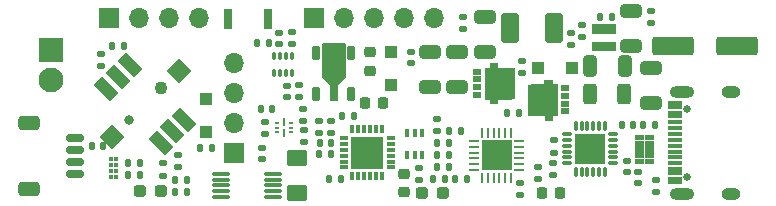
<source format=gbr>
%TF.GenerationSoftware,KiCad,Pcbnew,9.0.0*%
%TF.CreationDate,2025-05-20T00:09:53+02:00*%
%TF.ProjectId,CYPD3177_3.3V_V2_+_OLED,43595044-3331-4373-975f-332e33565f56,rev?*%
%TF.SameCoordinates,Original*%
%TF.FileFunction,Soldermask,Top*%
%TF.FilePolarity,Negative*%
%FSLAX46Y46*%
G04 Gerber Fmt 4.6, Leading zero omitted, Abs format (unit mm)*
G04 Created by KiCad (PCBNEW 9.0.0) date 2025-05-20 00:09:53*
%MOMM*%
%LPD*%
G01*
G04 APERTURE LIST*
G04 Aperture macros list*
%AMRoundRect*
0 Rectangle with rounded corners*
0 $1 Rounding radius*
0 $2 $3 $4 $5 $6 $7 $8 $9 X,Y pos of 4 corners*
0 Add a 4 corners polygon primitive as box body*
4,1,4,$2,$3,$4,$5,$6,$7,$8,$9,$2,$3,0*
0 Add four circle primitives for the rounded corners*
1,1,$1+$1,$2,$3*
1,1,$1+$1,$4,$5*
1,1,$1+$1,$6,$7*
1,1,$1+$1,$8,$9*
0 Add four rect primitives between the rounded corners*
20,1,$1+$1,$2,$3,$4,$5,0*
20,1,$1+$1,$4,$5,$6,$7,0*
20,1,$1+$1,$6,$7,$8,$9,0*
20,1,$1+$1,$8,$9,$2,$3,0*%
%AMRotRect*
0 Rectangle, with rotation*
0 The origin of the aperture is its center*
0 $1 length*
0 $2 width*
0 $3 Rotation angle, in degrees counterclockwise*
0 Add horizontal line*
21,1,$1,$2,0,0,$3*%
%AMFreePoly0*
4,1,45,0.915337,4.272534,0.924317,4.268814,0.972251,4.227872,0.979514,4.213617,0.983234,4.204637,0.991000,4.165600,0.991000,1.397000,0.983234,1.357963,0.979514,1.348983,0.955942,1.314462,0.955561,1.314096,0.953959,1.312589,0.356000,0.762465,0.356000,0.508000,0.348234,0.468963,0.344514,0.459983,0.343300,0.458561,0.343300,-0.508000,0.323820,-0.567954,0.272820,-0.605008,
0.241300,-0.610000,-0.241300,-0.610000,-0.301254,-0.590520,-0.338308,-0.539520,-0.343300,-0.508000,-0.343300,0.457600,-0.344514,0.459983,-0.348234,0.468963,-0.356000,0.508000,-0.356000,0.762465,-0.953959,1.312589,-0.977428,1.344732,-0.981518,1.353549,-0.990967,1.394350,-0.990978,1.394879,-0.991000,1.397000,-0.991000,4.165600,-0.983234,4.204637,-0.979514,4.213617,-0.938572,4.261551,
-0.924317,4.268814,-0.915337,4.272534,-0.876300,4.280300,0.876300,4.280300,0.915337,4.272534,0.915337,4.272534,$1*%
G04 Aperture macros list end*
%ADD10C,0.010000*%
%ADD11C,0.025400*%
%ADD12RoundRect,0.140000X0.170000X-0.140000X0.170000X0.140000X-0.170000X0.140000X-0.170000X-0.140000X0*%
%ADD13R,0.450000X0.200000*%
%ADD14R,0.250000X0.700000*%
%ADD15RoundRect,0.250000X0.650000X-0.325000X0.650000X0.325000X-0.650000X0.325000X-0.650000X-0.325000X0*%
%ADD16RoundRect,0.140000X-0.170000X0.140000X-0.170000X-0.140000X0.170000X-0.140000X0.170000X0.140000X0*%
%ADD17RoundRect,0.135000X0.185000X-0.135000X0.185000X0.135000X-0.185000X0.135000X-0.185000X-0.135000X0*%
%ADD18RoundRect,0.135000X-0.135000X-0.185000X0.135000X-0.185000X0.135000X0.185000X-0.135000X0.185000X0*%
%ADD19RoundRect,0.140000X0.140000X0.170000X-0.140000X0.170000X-0.140000X-0.170000X0.140000X-0.170000X0*%
%ADD20RoundRect,0.225000X-0.250000X0.225000X-0.250000X-0.225000X0.250000X-0.225000X0.250000X0.225000X0*%
%ADD21RoundRect,0.135000X0.135000X0.185000X-0.135000X0.185000X-0.135000X-0.185000X0.135000X-0.185000X0*%
%ADD22RoundRect,0.075000X-0.650000X-0.075000X0.650000X-0.075000X0.650000X0.075000X-0.650000X0.075000X0*%
%ADD23RoundRect,0.250000X-1.500000X-0.550000X1.500000X-0.550000X1.500000X0.550000X-1.500000X0.550000X0*%
%ADD24R,0.300000X0.800000*%
%ADD25R,0.800000X0.300000*%
%ADD26R,2.800000X2.800000*%
%ADD27RoundRect,0.100000X-0.100000X0.225000X-0.100000X-0.225000X0.100000X-0.225000X0.100000X0.225000X0*%
%ADD28RoundRect,0.102000X-0.250000X-0.175000X0.250000X-0.175000X0.250000X0.175000X-0.250000X0.175000X0*%
%ADD29RoundRect,0.140000X-0.140000X-0.170000X0.140000X-0.170000X0.140000X0.170000X-0.140000X0.170000X0*%
%ADD30RoundRect,0.062500X-0.350000X-0.062500X0.350000X-0.062500X0.350000X0.062500X-0.350000X0.062500X0*%
%ADD31RoundRect,0.062500X-0.062500X-0.350000X0.062500X-0.350000X0.062500X0.350000X-0.062500X0.350000X0*%
%ADD32R,2.600000X2.600000*%
%ADD33RoundRect,0.135000X-0.185000X0.135000X-0.185000X-0.135000X0.185000X-0.135000X0.185000X0.135000X0*%
%ADD34R,0.800000X1.700000*%
%ADD35RoundRect,0.218750X0.218750X0.256250X-0.218750X0.256250X-0.218750X-0.256250X0.218750X-0.256250X0*%
%ADD36RoundRect,0.250000X0.312500X0.625000X-0.312500X0.625000X-0.312500X-0.625000X0.312500X-0.625000X0*%
%ADD37RoundRect,0.250000X0.325000X0.650000X-0.325000X0.650000X-0.325000X-0.650000X0.325000X-0.650000X0*%
%ADD38RoundRect,0.102000X-0.215900X-0.508000X0.215900X-0.508000X0.215900X0.508000X-0.215900X0.508000X0*%
%ADD39FreePoly0,0.000000*%
%ADD40RoundRect,0.225000X0.225000X0.250000X-0.225000X0.250000X-0.225000X-0.250000X0.225000X-0.250000X0*%
%ADD41R,1.700000X1.700000*%
%ADD42O,1.700000X1.700000*%
%ADD43RoundRect,0.250001X-0.624999X0.462499X-0.624999X-0.462499X0.624999X-0.462499X0.624999X0.462499X0*%
%ADD44RoundRect,0.102000X0.250000X0.175000X-0.250000X0.175000X-0.250000X-0.175000X0.250000X-0.175000X0*%
%ADD45RoundRect,0.237500X-0.287500X-0.237500X0.287500X-0.237500X0.287500X0.237500X-0.287500X0.237500X0*%
%ADD46RoundRect,0.075000X-0.350000X-0.075000X0.350000X-0.075000X0.350000X0.075000X-0.350000X0.075000X0*%
%ADD47RoundRect,0.075000X-0.075000X-0.350000X0.075000X-0.350000X0.075000X0.350000X-0.075000X0.350000X0*%
%ADD48R,2.650000X2.650000*%
%ADD49RoundRect,0.225000X0.250000X-0.225000X0.250000X0.225000X-0.250000X0.225000X-0.250000X-0.225000X0*%
%ADD50RoundRect,0.150000X-0.625000X0.150000X-0.625000X-0.150000X0.625000X-0.150000X0.625000X0.150000X0*%
%ADD51RoundRect,0.250000X-0.650000X0.350000X-0.650000X-0.350000X0.650000X-0.350000X0.650000X0.350000X0*%
%ADD52R,1.150000X0.300000*%
%ADD53C,0.650000*%
%ADD54O,2.100000X1.000000*%
%ADD55O,1.600000X1.000000*%
%ADD56RoundRect,0.250001X0.499999X0.999999X-0.499999X0.999999X-0.499999X-0.999999X0.499999X-0.999999X0*%
%ADD57RoundRect,0.250000X0.300000X0.300000X-0.300000X0.300000X-0.300000X-0.300000X0.300000X-0.300000X0*%
%ADD58RoundRect,0.050000X0.100000X-0.285000X0.100000X0.285000X-0.100000X0.285000X-0.100000X-0.285000X0*%
%ADD59RoundRect,0.250000X-0.650000X0.325000X-0.650000X-0.325000X0.650000X-0.325000X0.650000X0.325000X0*%
%ADD60RoundRect,0.250000X0.300000X-0.300000X0.300000X0.300000X-0.300000X0.300000X-0.300000X-0.300000X0*%
%ADD61RoundRect,0.250001X-0.799999X0.799999X-0.799999X-0.799999X0.799999X-0.799999X0.799999X0.799999X0*%
%ADD62C,2.100000*%
%ADD63C,1.100000*%
%ADD64C,0.800000*%
%ADD65RotRect,2.000000X1.000000X315.000000*%
%ADD66RotRect,1.500000X1.500000X315.000000*%
%ADD67C,0.365000*%
G04 APERTURE END LIST*
D10*
%TO.C,U7*%
X140750000Y-85500000D02*
X141900000Y-85500000D01*
X141900000Y-85550000D01*
X142200000Y-85550000D01*
X142200000Y-86150000D01*
X141900000Y-86150000D01*
X141900000Y-86200000D01*
X142200000Y-86200000D01*
X142200000Y-86800000D01*
X141900000Y-86800000D01*
X141900000Y-86850000D01*
X142200000Y-86850000D01*
X142200000Y-87450000D01*
X141900000Y-87450000D01*
X141900000Y-87500000D01*
X142200000Y-87500000D01*
X142200000Y-88075000D01*
X141900000Y-88075000D01*
X141900000Y-88150000D01*
X140775000Y-88150000D01*
X140775000Y-88525000D01*
X140125000Y-88525000D01*
X140125000Y-88150000D01*
X139725000Y-88150000D01*
X139725000Y-85500000D01*
X140125000Y-85500000D01*
X140125000Y-85125000D01*
X140750000Y-85125000D01*
X140750000Y-85500000D01*
G36*
X140750000Y-85500000D02*
G01*
X141900000Y-85500000D01*
X141900000Y-85550000D01*
X142200000Y-85550000D01*
X142200000Y-86150000D01*
X141900000Y-86150000D01*
X141900000Y-86200000D01*
X142200000Y-86200000D01*
X142200000Y-86800000D01*
X141900000Y-86800000D01*
X141900000Y-86850000D01*
X142200000Y-86850000D01*
X142200000Y-87450000D01*
X141900000Y-87450000D01*
X141900000Y-87500000D01*
X142200000Y-87500000D01*
X142200000Y-88075000D01*
X141900000Y-88075000D01*
X141900000Y-88150000D01*
X140775000Y-88150000D01*
X140775000Y-88525000D01*
X140125000Y-88525000D01*
X140125000Y-88150000D01*
X139725000Y-88150000D01*
X139725000Y-85500000D01*
X140125000Y-85500000D01*
X140125000Y-85125000D01*
X140750000Y-85125000D01*
X140750000Y-85500000D01*
G37*
D11*
%TO.C,U3*%
X127776300Y-86358200D02*
X127141300Y-86942400D01*
X127141300Y-87247200D01*
X126658700Y-87247200D01*
X126658700Y-86942400D01*
X126023700Y-86358200D01*
X126023700Y-83589600D01*
X126658700Y-83589600D01*
X127141300Y-83589600D01*
X127776300Y-83589600D01*
X127776300Y-86358200D01*
G36*
X127776300Y-86358200D02*
G01*
X127141300Y-86942400D01*
X127141300Y-87247200D01*
X126658700Y-87247200D01*
X126658700Y-86942400D01*
X126023700Y-86358200D01*
X126023700Y-83589600D01*
X126658700Y-83589600D01*
X127141300Y-83589600D01*
X127776300Y-83589600D01*
X127776300Y-86358200D01*
G37*
D10*
%TO.C,U5*%
X145410000Y-86900000D02*
X145810000Y-86900000D01*
X145810000Y-89550000D01*
X145410000Y-89550000D01*
X145410000Y-89925000D01*
X144785000Y-89925000D01*
X144785000Y-89550000D01*
X143635000Y-89550000D01*
X143635000Y-89500000D01*
X143335000Y-89500000D01*
X143335000Y-88900000D01*
X143635000Y-88900000D01*
X143635000Y-88850000D01*
X143335000Y-88850000D01*
X143335000Y-88250000D01*
X143635000Y-88250000D01*
X143635000Y-88200000D01*
X143335000Y-88200000D01*
X143335000Y-87600000D01*
X143635000Y-87600000D01*
X143635000Y-87550000D01*
X143335000Y-87550000D01*
X143335000Y-86975000D01*
X143635000Y-86975000D01*
X143635000Y-86900000D01*
X144760000Y-86900000D01*
X144760000Y-86525000D01*
X145410000Y-86525000D01*
X145410000Y-86900000D01*
G36*
X145410000Y-86900000D02*
G01*
X145810000Y-86900000D01*
X145810000Y-89550000D01*
X145410000Y-89550000D01*
X145410000Y-89925000D01*
X144785000Y-89925000D01*
X144785000Y-89550000D01*
X143635000Y-89550000D01*
X143635000Y-89500000D01*
X143335000Y-89500000D01*
X143335000Y-88900000D01*
X143635000Y-88900000D01*
X143635000Y-88850000D01*
X143335000Y-88850000D01*
X143335000Y-88250000D01*
X143635000Y-88250000D01*
X143635000Y-88200000D01*
X143335000Y-88200000D01*
X143335000Y-87600000D01*
X143635000Y-87600000D01*
X143635000Y-87550000D01*
X143335000Y-87550000D01*
X143335000Y-86975000D01*
X143635000Y-86975000D01*
X143635000Y-86900000D01*
X144760000Y-86900000D01*
X144760000Y-86525000D01*
X145410000Y-86525000D01*
X145410000Y-86900000D01*
G37*
%TO.C,D3*%
X153075500Y-91206000D02*
X153077500Y-91206000D01*
X153080500Y-91207000D01*
X153082500Y-91207000D01*
X153085500Y-91208000D01*
X153087500Y-91209000D01*
X153090500Y-91210000D01*
X153092500Y-91212000D01*
X153094500Y-91213000D01*
X153096500Y-91215000D01*
X153098500Y-91216000D01*
X153100500Y-91218000D01*
X153102500Y-91220000D01*
X153104500Y-91222000D01*
X153106500Y-91224000D01*
X153107500Y-91226000D01*
X153109500Y-91228000D01*
X153110500Y-91230000D01*
X153112500Y-91232000D01*
X153113500Y-91235000D01*
X153114500Y-91237000D01*
X153115500Y-91240000D01*
X153115500Y-91242000D01*
X153116500Y-91245000D01*
X153116500Y-91247000D01*
X153117500Y-91250000D01*
X153117500Y-91252000D01*
X153117500Y-91255000D01*
X153117500Y-91495000D01*
X153117500Y-91498000D01*
X153117500Y-91500000D01*
X153116500Y-91503000D01*
X153116500Y-91505000D01*
X153115500Y-91508000D01*
X153115500Y-91510000D01*
X153114500Y-91513000D01*
X153113500Y-91515000D01*
X153112500Y-91518000D01*
X153110500Y-91520000D01*
X153109500Y-91522000D01*
X153107500Y-91524000D01*
X153106500Y-91526000D01*
X153104500Y-91528000D01*
X153102500Y-91530000D01*
X153100500Y-91532000D01*
X153098500Y-91534000D01*
X153096500Y-91535000D01*
X153094500Y-91537000D01*
X153092500Y-91538000D01*
X153090500Y-91540000D01*
X153087500Y-91541000D01*
X153085500Y-91542000D01*
X153082500Y-91543000D01*
X153080500Y-91543000D01*
X153077500Y-91544000D01*
X153075500Y-91544000D01*
X153072500Y-91545000D01*
X153070500Y-91545000D01*
X153067500Y-91545000D01*
X152462500Y-91545000D01*
X152459500Y-91545000D01*
X152457500Y-91545000D01*
X152454500Y-91544000D01*
X152452500Y-91544000D01*
X152449500Y-91543000D01*
X152447500Y-91543000D01*
X152444500Y-91542000D01*
X152442500Y-91541000D01*
X152439500Y-91540000D01*
X152437500Y-91538000D01*
X152435500Y-91537000D01*
X152433500Y-91535000D01*
X152431500Y-91534000D01*
X152429500Y-91532000D01*
X152427500Y-91530000D01*
X152425500Y-91528000D01*
X152423500Y-91526000D01*
X152422500Y-91524000D01*
X152420500Y-91522000D01*
X152419500Y-91520000D01*
X152417500Y-91518000D01*
X152416500Y-91515000D01*
X152415500Y-91513000D01*
X152414500Y-91510000D01*
X152414500Y-91508000D01*
X152413500Y-91505000D01*
X152413500Y-91503000D01*
X152412500Y-91500000D01*
X152412500Y-91498000D01*
X152412500Y-91495000D01*
X152412500Y-91255000D01*
X152412500Y-91252000D01*
X152412500Y-91250000D01*
X152413500Y-91247000D01*
X152413500Y-91245000D01*
X152414500Y-91242000D01*
X152414500Y-91240000D01*
X152415500Y-91237000D01*
X152416500Y-91235000D01*
X152417500Y-91232000D01*
X152419500Y-91230000D01*
X152420500Y-91228000D01*
X152422500Y-91226000D01*
X152423500Y-91224000D01*
X152425500Y-91222000D01*
X152427500Y-91220000D01*
X152429500Y-91218000D01*
X152431500Y-91216000D01*
X152433500Y-91215000D01*
X152435500Y-91213000D01*
X152437500Y-91212000D01*
X152439500Y-91210000D01*
X152442500Y-91209000D01*
X152444500Y-91208000D01*
X152447500Y-91207000D01*
X152449500Y-91207000D01*
X152452500Y-91206000D01*
X152454500Y-91206000D01*
X152457500Y-91205000D01*
X152459500Y-91205000D01*
X152462500Y-91205000D01*
X153067500Y-91205000D01*
X153070500Y-91205000D01*
X153072500Y-91205000D01*
X153075500Y-91206000D01*
G36*
X153075500Y-91206000D02*
G01*
X153077500Y-91206000D01*
X153080500Y-91207000D01*
X153082500Y-91207000D01*
X153085500Y-91208000D01*
X153087500Y-91209000D01*
X153090500Y-91210000D01*
X153092500Y-91212000D01*
X153094500Y-91213000D01*
X153096500Y-91215000D01*
X153098500Y-91216000D01*
X153100500Y-91218000D01*
X153102500Y-91220000D01*
X153104500Y-91222000D01*
X153106500Y-91224000D01*
X153107500Y-91226000D01*
X153109500Y-91228000D01*
X153110500Y-91230000D01*
X153112500Y-91232000D01*
X153113500Y-91235000D01*
X153114500Y-91237000D01*
X153115500Y-91240000D01*
X153115500Y-91242000D01*
X153116500Y-91245000D01*
X153116500Y-91247000D01*
X153117500Y-91250000D01*
X153117500Y-91252000D01*
X153117500Y-91255000D01*
X153117500Y-91495000D01*
X153117500Y-91498000D01*
X153117500Y-91500000D01*
X153116500Y-91503000D01*
X153116500Y-91505000D01*
X153115500Y-91508000D01*
X153115500Y-91510000D01*
X153114500Y-91513000D01*
X153113500Y-91515000D01*
X153112500Y-91518000D01*
X153110500Y-91520000D01*
X153109500Y-91522000D01*
X153107500Y-91524000D01*
X153106500Y-91526000D01*
X153104500Y-91528000D01*
X153102500Y-91530000D01*
X153100500Y-91532000D01*
X153098500Y-91534000D01*
X153096500Y-91535000D01*
X153094500Y-91537000D01*
X153092500Y-91538000D01*
X153090500Y-91540000D01*
X153087500Y-91541000D01*
X153085500Y-91542000D01*
X153082500Y-91543000D01*
X153080500Y-91543000D01*
X153077500Y-91544000D01*
X153075500Y-91544000D01*
X153072500Y-91545000D01*
X153070500Y-91545000D01*
X153067500Y-91545000D01*
X152462500Y-91545000D01*
X152459500Y-91545000D01*
X152457500Y-91545000D01*
X152454500Y-91544000D01*
X152452500Y-91544000D01*
X152449500Y-91543000D01*
X152447500Y-91543000D01*
X152444500Y-91542000D01*
X152442500Y-91541000D01*
X152439500Y-91540000D01*
X152437500Y-91538000D01*
X152435500Y-91537000D01*
X152433500Y-91535000D01*
X152431500Y-91534000D01*
X152429500Y-91532000D01*
X152427500Y-91530000D01*
X152425500Y-91528000D01*
X152423500Y-91526000D01*
X152422500Y-91524000D01*
X152420500Y-91522000D01*
X152419500Y-91520000D01*
X152417500Y-91518000D01*
X152416500Y-91515000D01*
X152415500Y-91513000D01*
X152414500Y-91510000D01*
X152414500Y-91508000D01*
X152413500Y-91505000D01*
X152413500Y-91503000D01*
X152412500Y-91500000D01*
X152412500Y-91498000D01*
X152412500Y-91495000D01*
X152412500Y-91255000D01*
X152412500Y-91252000D01*
X152412500Y-91250000D01*
X152413500Y-91247000D01*
X152413500Y-91245000D01*
X152414500Y-91242000D01*
X152414500Y-91240000D01*
X152415500Y-91237000D01*
X152416500Y-91235000D01*
X152417500Y-91232000D01*
X152419500Y-91230000D01*
X152420500Y-91228000D01*
X152422500Y-91226000D01*
X152423500Y-91224000D01*
X152425500Y-91222000D01*
X152427500Y-91220000D01*
X152429500Y-91218000D01*
X152431500Y-91216000D01*
X152433500Y-91215000D01*
X152435500Y-91213000D01*
X152437500Y-91212000D01*
X152439500Y-91210000D01*
X152442500Y-91209000D01*
X152444500Y-91208000D01*
X152447500Y-91207000D01*
X152449500Y-91207000D01*
X152452500Y-91206000D01*
X152454500Y-91206000D01*
X152457500Y-91205000D01*
X152459500Y-91205000D01*
X152462500Y-91205000D01*
X153067500Y-91205000D01*
X153070500Y-91205000D01*
X153072500Y-91205000D01*
X153075500Y-91206000D01*
G37*
X153075500Y-92106000D02*
X153077500Y-92106000D01*
X153080500Y-92107000D01*
X153082500Y-92107000D01*
X153085500Y-92108000D01*
X153087500Y-92109000D01*
X153090500Y-92110000D01*
X153092500Y-92112000D01*
X153094500Y-92113000D01*
X153096500Y-92115000D01*
X153098500Y-92116000D01*
X153100500Y-92118000D01*
X153102500Y-92120000D01*
X153104500Y-92122000D01*
X153106500Y-92124000D01*
X153107500Y-92126000D01*
X153109500Y-92128000D01*
X153110500Y-92130000D01*
X153112500Y-92132000D01*
X153113500Y-92135000D01*
X153114500Y-92137000D01*
X153115500Y-92140000D01*
X153115500Y-92142000D01*
X153116500Y-92145000D01*
X153116500Y-92147000D01*
X153117500Y-92150000D01*
X153117500Y-92152000D01*
X153117500Y-92155000D01*
X153117500Y-92595000D01*
X153117500Y-92598000D01*
X153117500Y-92600000D01*
X153116500Y-92603000D01*
X153116500Y-92605000D01*
X153115500Y-92608000D01*
X153115500Y-92610000D01*
X153114500Y-92613000D01*
X153113500Y-92615000D01*
X153112500Y-92618000D01*
X153110500Y-92620000D01*
X153109500Y-92622000D01*
X153107500Y-92624000D01*
X153106500Y-92626000D01*
X153104500Y-92628000D01*
X153102500Y-92630000D01*
X153100500Y-92632000D01*
X153098500Y-92634000D01*
X153096500Y-92635000D01*
X153094500Y-92637000D01*
X153092500Y-92638000D01*
X153090500Y-92640000D01*
X153087500Y-92641000D01*
X153085500Y-92642000D01*
X153082500Y-92643000D01*
X153080500Y-92643000D01*
X153077500Y-92644000D01*
X153075500Y-92644000D01*
X153072500Y-92645000D01*
X153070500Y-92645000D01*
X153067500Y-92645000D01*
X152462500Y-92645000D01*
X152459500Y-92645000D01*
X152457500Y-92645000D01*
X152454500Y-92644000D01*
X152452500Y-92644000D01*
X152449500Y-92643000D01*
X152447500Y-92643000D01*
X152444500Y-92642000D01*
X152442500Y-92641000D01*
X152439500Y-92640000D01*
X152437500Y-92638000D01*
X152435500Y-92637000D01*
X152433500Y-92635000D01*
X152431500Y-92634000D01*
X152429500Y-92632000D01*
X152427500Y-92630000D01*
X152425500Y-92628000D01*
X152423500Y-92626000D01*
X152422500Y-92624000D01*
X152420500Y-92622000D01*
X152419500Y-92620000D01*
X152417500Y-92618000D01*
X152416500Y-92615000D01*
X152415500Y-92613000D01*
X152414500Y-92610000D01*
X152414500Y-92608000D01*
X152413500Y-92605000D01*
X152413500Y-92603000D01*
X152412500Y-92600000D01*
X152412500Y-92598000D01*
X152412500Y-92595000D01*
X152412500Y-92155000D01*
X152412500Y-92152000D01*
X152412500Y-92150000D01*
X152413500Y-92147000D01*
X152413500Y-92145000D01*
X152414500Y-92142000D01*
X152414500Y-92140000D01*
X152415500Y-92137000D01*
X152416500Y-92135000D01*
X152417500Y-92132000D01*
X152419500Y-92130000D01*
X152420500Y-92128000D01*
X152422500Y-92126000D01*
X152423500Y-92124000D01*
X152425500Y-92122000D01*
X152427500Y-92120000D01*
X152429500Y-92118000D01*
X152431500Y-92116000D01*
X152433500Y-92115000D01*
X152435500Y-92113000D01*
X152437500Y-92112000D01*
X152439500Y-92110000D01*
X152442500Y-92109000D01*
X152444500Y-92108000D01*
X152447500Y-92107000D01*
X152449500Y-92107000D01*
X152452500Y-92106000D01*
X152454500Y-92106000D01*
X152457500Y-92105000D01*
X152459500Y-92105000D01*
X152462500Y-92105000D01*
X153067500Y-92105000D01*
X153070500Y-92105000D01*
X153072500Y-92105000D01*
X153075500Y-92106000D01*
G36*
X153075500Y-92106000D02*
G01*
X153077500Y-92106000D01*
X153080500Y-92107000D01*
X153082500Y-92107000D01*
X153085500Y-92108000D01*
X153087500Y-92109000D01*
X153090500Y-92110000D01*
X153092500Y-92112000D01*
X153094500Y-92113000D01*
X153096500Y-92115000D01*
X153098500Y-92116000D01*
X153100500Y-92118000D01*
X153102500Y-92120000D01*
X153104500Y-92122000D01*
X153106500Y-92124000D01*
X153107500Y-92126000D01*
X153109500Y-92128000D01*
X153110500Y-92130000D01*
X153112500Y-92132000D01*
X153113500Y-92135000D01*
X153114500Y-92137000D01*
X153115500Y-92140000D01*
X153115500Y-92142000D01*
X153116500Y-92145000D01*
X153116500Y-92147000D01*
X153117500Y-92150000D01*
X153117500Y-92152000D01*
X153117500Y-92155000D01*
X153117500Y-92595000D01*
X153117500Y-92598000D01*
X153117500Y-92600000D01*
X153116500Y-92603000D01*
X153116500Y-92605000D01*
X153115500Y-92608000D01*
X153115500Y-92610000D01*
X153114500Y-92613000D01*
X153113500Y-92615000D01*
X153112500Y-92618000D01*
X153110500Y-92620000D01*
X153109500Y-92622000D01*
X153107500Y-92624000D01*
X153106500Y-92626000D01*
X153104500Y-92628000D01*
X153102500Y-92630000D01*
X153100500Y-92632000D01*
X153098500Y-92634000D01*
X153096500Y-92635000D01*
X153094500Y-92637000D01*
X153092500Y-92638000D01*
X153090500Y-92640000D01*
X153087500Y-92641000D01*
X153085500Y-92642000D01*
X153082500Y-92643000D01*
X153080500Y-92643000D01*
X153077500Y-92644000D01*
X153075500Y-92644000D01*
X153072500Y-92645000D01*
X153070500Y-92645000D01*
X153067500Y-92645000D01*
X152462500Y-92645000D01*
X152459500Y-92645000D01*
X152457500Y-92645000D01*
X152454500Y-92644000D01*
X152452500Y-92644000D01*
X152449500Y-92643000D01*
X152447500Y-92643000D01*
X152444500Y-92642000D01*
X152442500Y-92641000D01*
X152439500Y-92640000D01*
X152437500Y-92638000D01*
X152435500Y-92637000D01*
X152433500Y-92635000D01*
X152431500Y-92634000D01*
X152429500Y-92632000D01*
X152427500Y-92630000D01*
X152425500Y-92628000D01*
X152423500Y-92626000D01*
X152422500Y-92624000D01*
X152420500Y-92622000D01*
X152419500Y-92620000D01*
X152417500Y-92618000D01*
X152416500Y-92615000D01*
X152415500Y-92613000D01*
X152414500Y-92610000D01*
X152414500Y-92608000D01*
X152413500Y-92605000D01*
X152413500Y-92603000D01*
X152412500Y-92600000D01*
X152412500Y-92598000D01*
X152412500Y-92595000D01*
X152412500Y-92155000D01*
X152412500Y-92152000D01*
X152412500Y-92150000D01*
X152413500Y-92147000D01*
X152413500Y-92145000D01*
X152414500Y-92142000D01*
X152414500Y-92140000D01*
X152415500Y-92137000D01*
X152416500Y-92135000D01*
X152417500Y-92132000D01*
X152419500Y-92130000D01*
X152420500Y-92128000D01*
X152422500Y-92126000D01*
X152423500Y-92124000D01*
X152425500Y-92122000D01*
X152427500Y-92120000D01*
X152429500Y-92118000D01*
X152431500Y-92116000D01*
X152433500Y-92115000D01*
X152435500Y-92113000D01*
X152437500Y-92112000D01*
X152439500Y-92110000D01*
X152442500Y-92109000D01*
X152444500Y-92108000D01*
X152447500Y-92107000D01*
X152449500Y-92107000D01*
X152452500Y-92106000D01*
X152454500Y-92106000D01*
X152457500Y-92105000D01*
X152459500Y-92105000D01*
X152462500Y-92105000D01*
X153067500Y-92105000D01*
X153070500Y-92105000D01*
X153072500Y-92105000D01*
X153075500Y-92106000D01*
G37*
X153075500Y-93206000D02*
X153077500Y-93206000D01*
X153080500Y-93207000D01*
X153082500Y-93207000D01*
X153085500Y-93208000D01*
X153087500Y-93209000D01*
X153090500Y-93210000D01*
X153092500Y-93212000D01*
X153094500Y-93213000D01*
X153096500Y-93215000D01*
X153098500Y-93216000D01*
X153100500Y-93218000D01*
X153102500Y-93220000D01*
X153104500Y-93222000D01*
X153106500Y-93224000D01*
X153107500Y-93226000D01*
X153109500Y-93228000D01*
X153110500Y-93230000D01*
X153112500Y-93232000D01*
X153113500Y-93235000D01*
X153114500Y-93237000D01*
X153115500Y-93240000D01*
X153115500Y-93242000D01*
X153116500Y-93245000D01*
X153116500Y-93247000D01*
X153117500Y-93250000D01*
X153117500Y-93252000D01*
X153117500Y-93255000D01*
X153117500Y-93495000D01*
X153117500Y-93498000D01*
X153117500Y-93500000D01*
X153116500Y-93503000D01*
X153116500Y-93505000D01*
X153115500Y-93508000D01*
X153115500Y-93510000D01*
X153114500Y-93513000D01*
X153113500Y-93515000D01*
X153112500Y-93518000D01*
X153110500Y-93520000D01*
X153109500Y-93522000D01*
X153107500Y-93524000D01*
X153106500Y-93526000D01*
X153104500Y-93528000D01*
X153102500Y-93530000D01*
X153100500Y-93532000D01*
X153098500Y-93534000D01*
X153096500Y-93535000D01*
X153094500Y-93537000D01*
X153092500Y-93538000D01*
X153090500Y-93540000D01*
X153087500Y-93541000D01*
X153085500Y-93542000D01*
X153082500Y-93543000D01*
X153080500Y-93543000D01*
X153077500Y-93544000D01*
X153075500Y-93544000D01*
X153072500Y-93545000D01*
X153070500Y-93545000D01*
X153067500Y-93545000D01*
X152462500Y-93545000D01*
X152459500Y-93545000D01*
X152457500Y-93545000D01*
X152454500Y-93544000D01*
X152452500Y-93544000D01*
X152449500Y-93543000D01*
X152447500Y-93543000D01*
X152444500Y-93542000D01*
X152442500Y-93541000D01*
X152439500Y-93540000D01*
X152437500Y-93538000D01*
X152435500Y-93537000D01*
X152433500Y-93535000D01*
X152431500Y-93534000D01*
X152429500Y-93532000D01*
X152427500Y-93530000D01*
X152425500Y-93528000D01*
X152423500Y-93526000D01*
X152422500Y-93524000D01*
X152420500Y-93522000D01*
X152419500Y-93520000D01*
X152417500Y-93518000D01*
X152416500Y-93515000D01*
X152415500Y-93513000D01*
X152414500Y-93510000D01*
X152414500Y-93508000D01*
X152413500Y-93505000D01*
X152413500Y-93503000D01*
X152412500Y-93500000D01*
X152412500Y-93498000D01*
X152412500Y-93495000D01*
X152412500Y-93255000D01*
X152412500Y-93252000D01*
X152412500Y-93250000D01*
X152413500Y-93247000D01*
X152413500Y-93245000D01*
X152414500Y-93242000D01*
X152414500Y-93240000D01*
X152415500Y-93237000D01*
X152416500Y-93235000D01*
X152417500Y-93232000D01*
X152419500Y-93230000D01*
X152420500Y-93228000D01*
X152422500Y-93226000D01*
X152423500Y-93224000D01*
X152425500Y-93222000D01*
X152427500Y-93220000D01*
X152429500Y-93218000D01*
X152431500Y-93216000D01*
X152433500Y-93215000D01*
X152435500Y-93213000D01*
X152437500Y-93212000D01*
X152439500Y-93210000D01*
X152442500Y-93209000D01*
X152444500Y-93208000D01*
X152447500Y-93207000D01*
X152449500Y-93207000D01*
X152452500Y-93206000D01*
X152454500Y-93206000D01*
X152457500Y-93205000D01*
X152459500Y-93205000D01*
X152462500Y-93205000D01*
X153067500Y-93205000D01*
X153070500Y-93205000D01*
X153072500Y-93205000D01*
X153075500Y-93206000D01*
G36*
X153075500Y-93206000D02*
G01*
X153077500Y-93206000D01*
X153080500Y-93207000D01*
X153082500Y-93207000D01*
X153085500Y-93208000D01*
X153087500Y-93209000D01*
X153090500Y-93210000D01*
X153092500Y-93212000D01*
X153094500Y-93213000D01*
X153096500Y-93215000D01*
X153098500Y-93216000D01*
X153100500Y-93218000D01*
X153102500Y-93220000D01*
X153104500Y-93222000D01*
X153106500Y-93224000D01*
X153107500Y-93226000D01*
X153109500Y-93228000D01*
X153110500Y-93230000D01*
X153112500Y-93232000D01*
X153113500Y-93235000D01*
X153114500Y-93237000D01*
X153115500Y-93240000D01*
X153115500Y-93242000D01*
X153116500Y-93245000D01*
X153116500Y-93247000D01*
X153117500Y-93250000D01*
X153117500Y-93252000D01*
X153117500Y-93255000D01*
X153117500Y-93495000D01*
X153117500Y-93498000D01*
X153117500Y-93500000D01*
X153116500Y-93503000D01*
X153116500Y-93505000D01*
X153115500Y-93508000D01*
X153115500Y-93510000D01*
X153114500Y-93513000D01*
X153113500Y-93515000D01*
X153112500Y-93518000D01*
X153110500Y-93520000D01*
X153109500Y-93522000D01*
X153107500Y-93524000D01*
X153106500Y-93526000D01*
X153104500Y-93528000D01*
X153102500Y-93530000D01*
X153100500Y-93532000D01*
X153098500Y-93534000D01*
X153096500Y-93535000D01*
X153094500Y-93537000D01*
X153092500Y-93538000D01*
X153090500Y-93540000D01*
X153087500Y-93541000D01*
X153085500Y-93542000D01*
X153082500Y-93543000D01*
X153080500Y-93543000D01*
X153077500Y-93544000D01*
X153075500Y-93544000D01*
X153072500Y-93545000D01*
X153070500Y-93545000D01*
X153067500Y-93545000D01*
X152462500Y-93545000D01*
X152459500Y-93545000D01*
X152457500Y-93545000D01*
X152454500Y-93544000D01*
X152452500Y-93544000D01*
X152449500Y-93543000D01*
X152447500Y-93543000D01*
X152444500Y-93542000D01*
X152442500Y-93541000D01*
X152439500Y-93540000D01*
X152437500Y-93538000D01*
X152435500Y-93537000D01*
X152433500Y-93535000D01*
X152431500Y-93534000D01*
X152429500Y-93532000D01*
X152427500Y-93530000D01*
X152425500Y-93528000D01*
X152423500Y-93526000D01*
X152422500Y-93524000D01*
X152420500Y-93522000D01*
X152419500Y-93520000D01*
X152417500Y-93518000D01*
X152416500Y-93515000D01*
X152415500Y-93513000D01*
X152414500Y-93510000D01*
X152414500Y-93508000D01*
X152413500Y-93505000D01*
X152413500Y-93503000D01*
X152412500Y-93500000D01*
X152412500Y-93498000D01*
X152412500Y-93495000D01*
X152412500Y-93255000D01*
X152412500Y-93252000D01*
X152412500Y-93250000D01*
X152413500Y-93247000D01*
X152413500Y-93245000D01*
X152414500Y-93242000D01*
X152414500Y-93240000D01*
X152415500Y-93237000D01*
X152416500Y-93235000D01*
X152417500Y-93232000D01*
X152419500Y-93230000D01*
X152420500Y-93228000D01*
X152422500Y-93226000D01*
X152423500Y-93224000D01*
X152425500Y-93222000D01*
X152427500Y-93220000D01*
X152429500Y-93218000D01*
X152431500Y-93216000D01*
X152433500Y-93215000D01*
X152435500Y-93213000D01*
X152437500Y-93212000D01*
X152439500Y-93210000D01*
X152442500Y-93209000D01*
X152444500Y-93208000D01*
X152447500Y-93207000D01*
X152449500Y-93207000D01*
X152452500Y-93206000D01*
X152454500Y-93206000D01*
X152457500Y-93205000D01*
X152459500Y-93205000D01*
X152462500Y-93205000D01*
X153067500Y-93205000D01*
X153070500Y-93205000D01*
X153072500Y-93205000D01*
X153075500Y-93206000D01*
G37*
X153075500Y-91706000D02*
X153077500Y-91706000D01*
X153080500Y-91707000D01*
X153082500Y-91707000D01*
X153085500Y-91708000D01*
X153087500Y-91709000D01*
X153090500Y-91710000D01*
X153092500Y-91712000D01*
X153094500Y-91713000D01*
X153096500Y-91715000D01*
X153098500Y-91716000D01*
X153100500Y-91718000D01*
X153102500Y-91720000D01*
X153104500Y-91722000D01*
X153106500Y-91724000D01*
X153107500Y-91726000D01*
X153109500Y-91728000D01*
X153110500Y-91730000D01*
X153112500Y-91732000D01*
X153113500Y-91735000D01*
X153114500Y-91737000D01*
X153115500Y-91740000D01*
X153115500Y-91742000D01*
X153116500Y-91745000D01*
X153116500Y-91747000D01*
X153117500Y-91750000D01*
X153117500Y-91752000D01*
X153117500Y-91755000D01*
X153117500Y-91995000D01*
X153117500Y-91998000D01*
X153117500Y-92000000D01*
X153116500Y-92003000D01*
X153116500Y-92005000D01*
X153115500Y-92008000D01*
X153115500Y-92010000D01*
X153114500Y-92013000D01*
X153113500Y-92015000D01*
X153112500Y-92018000D01*
X153110500Y-92020000D01*
X153109500Y-92022000D01*
X153107500Y-92024000D01*
X153106500Y-92026000D01*
X153104500Y-92028000D01*
X153102500Y-92030000D01*
X153100500Y-92032000D01*
X153098500Y-92034000D01*
X153096500Y-92035000D01*
X153094500Y-92037000D01*
X153092500Y-92038000D01*
X153090500Y-92040000D01*
X153087500Y-92041000D01*
X153085500Y-92042000D01*
X153082500Y-92043000D01*
X153080500Y-92043000D01*
X153077500Y-92044000D01*
X153075500Y-92044000D01*
X153072500Y-92045000D01*
X153070500Y-92045000D01*
X153067500Y-92045000D01*
X152462500Y-92045000D01*
X152459500Y-92045000D01*
X152457500Y-92045000D01*
X152454500Y-92044000D01*
X152452500Y-92044000D01*
X152449500Y-92043000D01*
X152447500Y-92043000D01*
X152444500Y-92042000D01*
X152442500Y-92041000D01*
X152439500Y-92040000D01*
X152437500Y-92038000D01*
X152435500Y-92037000D01*
X152433500Y-92035000D01*
X152431500Y-92034000D01*
X152429500Y-92032000D01*
X152427500Y-92030000D01*
X152425500Y-92028000D01*
X152423500Y-92026000D01*
X152422500Y-92024000D01*
X152420500Y-92022000D01*
X152419500Y-92020000D01*
X152417500Y-92018000D01*
X152416500Y-92015000D01*
X152415500Y-92013000D01*
X152414500Y-92010000D01*
X152414500Y-92008000D01*
X152413500Y-92005000D01*
X152413500Y-92003000D01*
X152412500Y-92000000D01*
X152412500Y-91998000D01*
X152412500Y-91995000D01*
X152412500Y-91755000D01*
X152412500Y-91752000D01*
X152412500Y-91750000D01*
X152413500Y-91747000D01*
X152413500Y-91745000D01*
X152414500Y-91742000D01*
X152414500Y-91740000D01*
X152415500Y-91737000D01*
X152416500Y-91735000D01*
X152417500Y-91732000D01*
X152419500Y-91730000D01*
X152420500Y-91728000D01*
X152422500Y-91726000D01*
X152423500Y-91724000D01*
X152425500Y-91722000D01*
X152427500Y-91720000D01*
X152429500Y-91718000D01*
X152431500Y-91716000D01*
X152433500Y-91715000D01*
X152435500Y-91713000D01*
X152437500Y-91712000D01*
X152439500Y-91710000D01*
X152442500Y-91709000D01*
X152444500Y-91708000D01*
X152447500Y-91707000D01*
X152449500Y-91707000D01*
X152452500Y-91706000D01*
X152454500Y-91706000D01*
X152457500Y-91705000D01*
X152459500Y-91705000D01*
X152462500Y-91705000D01*
X153067500Y-91705000D01*
X153070500Y-91705000D01*
X153072500Y-91705000D01*
X153075500Y-91706000D01*
G36*
X153075500Y-91706000D02*
G01*
X153077500Y-91706000D01*
X153080500Y-91707000D01*
X153082500Y-91707000D01*
X153085500Y-91708000D01*
X153087500Y-91709000D01*
X153090500Y-91710000D01*
X153092500Y-91712000D01*
X153094500Y-91713000D01*
X153096500Y-91715000D01*
X153098500Y-91716000D01*
X153100500Y-91718000D01*
X153102500Y-91720000D01*
X153104500Y-91722000D01*
X153106500Y-91724000D01*
X153107500Y-91726000D01*
X153109500Y-91728000D01*
X153110500Y-91730000D01*
X153112500Y-91732000D01*
X153113500Y-91735000D01*
X153114500Y-91737000D01*
X153115500Y-91740000D01*
X153115500Y-91742000D01*
X153116500Y-91745000D01*
X153116500Y-91747000D01*
X153117500Y-91750000D01*
X153117500Y-91752000D01*
X153117500Y-91755000D01*
X153117500Y-91995000D01*
X153117500Y-91998000D01*
X153117500Y-92000000D01*
X153116500Y-92003000D01*
X153116500Y-92005000D01*
X153115500Y-92008000D01*
X153115500Y-92010000D01*
X153114500Y-92013000D01*
X153113500Y-92015000D01*
X153112500Y-92018000D01*
X153110500Y-92020000D01*
X153109500Y-92022000D01*
X153107500Y-92024000D01*
X153106500Y-92026000D01*
X153104500Y-92028000D01*
X153102500Y-92030000D01*
X153100500Y-92032000D01*
X153098500Y-92034000D01*
X153096500Y-92035000D01*
X153094500Y-92037000D01*
X153092500Y-92038000D01*
X153090500Y-92040000D01*
X153087500Y-92041000D01*
X153085500Y-92042000D01*
X153082500Y-92043000D01*
X153080500Y-92043000D01*
X153077500Y-92044000D01*
X153075500Y-92044000D01*
X153072500Y-92045000D01*
X153070500Y-92045000D01*
X153067500Y-92045000D01*
X152462500Y-92045000D01*
X152459500Y-92045000D01*
X152457500Y-92045000D01*
X152454500Y-92044000D01*
X152452500Y-92044000D01*
X152449500Y-92043000D01*
X152447500Y-92043000D01*
X152444500Y-92042000D01*
X152442500Y-92041000D01*
X152439500Y-92040000D01*
X152437500Y-92038000D01*
X152435500Y-92037000D01*
X152433500Y-92035000D01*
X152431500Y-92034000D01*
X152429500Y-92032000D01*
X152427500Y-92030000D01*
X152425500Y-92028000D01*
X152423500Y-92026000D01*
X152422500Y-92024000D01*
X152420500Y-92022000D01*
X152419500Y-92020000D01*
X152417500Y-92018000D01*
X152416500Y-92015000D01*
X152415500Y-92013000D01*
X152414500Y-92010000D01*
X152414500Y-92008000D01*
X152413500Y-92005000D01*
X152413500Y-92003000D01*
X152412500Y-92000000D01*
X152412500Y-91998000D01*
X152412500Y-91995000D01*
X152412500Y-91755000D01*
X152412500Y-91752000D01*
X152412500Y-91750000D01*
X152413500Y-91747000D01*
X152413500Y-91745000D01*
X152414500Y-91742000D01*
X152414500Y-91740000D01*
X152415500Y-91737000D01*
X152416500Y-91735000D01*
X152417500Y-91732000D01*
X152419500Y-91730000D01*
X152420500Y-91728000D01*
X152422500Y-91726000D01*
X152423500Y-91724000D01*
X152425500Y-91722000D01*
X152427500Y-91720000D01*
X152429500Y-91718000D01*
X152431500Y-91716000D01*
X152433500Y-91715000D01*
X152435500Y-91713000D01*
X152437500Y-91712000D01*
X152439500Y-91710000D01*
X152442500Y-91709000D01*
X152444500Y-91708000D01*
X152447500Y-91707000D01*
X152449500Y-91707000D01*
X152452500Y-91706000D01*
X152454500Y-91706000D01*
X152457500Y-91705000D01*
X152459500Y-91705000D01*
X152462500Y-91705000D01*
X153067500Y-91705000D01*
X153070500Y-91705000D01*
X153072500Y-91705000D01*
X153075500Y-91706000D01*
G37*
X153075500Y-92706000D02*
X153077500Y-92706000D01*
X153080500Y-92707000D01*
X153082500Y-92707000D01*
X153085500Y-92708000D01*
X153087500Y-92709000D01*
X153090500Y-92710000D01*
X153092500Y-92712000D01*
X153094500Y-92713000D01*
X153096500Y-92715000D01*
X153098500Y-92716000D01*
X153100500Y-92718000D01*
X153102500Y-92720000D01*
X153104500Y-92722000D01*
X153106500Y-92724000D01*
X153107500Y-92726000D01*
X153109500Y-92728000D01*
X153110500Y-92730000D01*
X153112500Y-92732000D01*
X153113500Y-92735000D01*
X153114500Y-92737000D01*
X153115500Y-92740000D01*
X153115500Y-92742000D01*
X153116500Y-92745000D01*
X153116500Y-92747000D01*
X153117500Y-92750000D01*
X153117500Y-92752000D01*
X153117500Y-92755000D01*
X153117500Y-92995000D01*
X153117500Y-92998000D01*
X153117500Y-93000000D01*
X153116500Y-93003000D01*
X153116500Y-93005000D01*
X153115500Y-93008000D01*
X153115500Y-93010000D01*
X153114500Y-93013000D01*
X153113500Y-93015000D01*
X153112500Y-93018000D01*
X153110500Y-93020000D01*
X153109500Y-93022000D01*
X153107500Y-93024000D01*
X153106500Y-93026000D01*
X153104500Y-93028000D01*
X153102500Y-93030000D01*
X153100500Y-93032000D01*
X153098500Y-93034000D01*
X153096500Y-93035000D01*
X153094500Y-93037000D01*
X153092500Y-93038000D01*
X153090500Y-93040000D01*
X153087500Y-93041000D01*
X153085500Y-93042000D01*
X153082500Y-93043000D01*
X153080500Y-93043000D01*
X153077500Y-93044000D01*
X153075500Y-93044000D01*
X153072500Y-93045000D01*
X153070500Y-93045000D01*
X153067500Y-93045000D01*
X152462500Y-93045000D01*
X152459500Y-93045000D01*
X152457500Y-93045000D01*
X152454500Y-93044000D01*
X152452500Y-93044000D01*
X152449500Y-93043000D01*
X152447500Y-93043000D01*
X152444500Y-93042000D01*
X152442500Y-93041000D01*
X152439500Y-93040000D01*
X152437500Y-93038000D01*
X152435500Y-93037000D01*
X152433500Y-93035000D01*
X152431500Y-93034000D01*
X152429500Y-93032000D01*
X152427500Y-93030000D01*
X152425500Y-93028000D01*
X152423500Y-93026000D01*
X152422500Y-93024000D01*
X152420500Y-93022000D01*
X152419500Y-93020000D01*
X152417500Y-93018000D01*
X152416500Y-93015000D01*
X152415500Y-93013000D01*
X152414500Y-93010000D01*
X152414500Y-93008000D01*
X152413500Y-93005000D01*
X152413500Y-93003000D01*
X152412500Y-93000000D01*
X152412500Y-92998000D01*
X152412500Y-92995000D01*
X152412500Y-92755000D01*
X152412500Y-92752000D01*
X152412500Y-92750000D01*
X152413500Y-92747000D01*
X152413500Y-92745000D01*
X152414500Y-92742000D01*
X152414500Y-92740000D01*
X152415500Y-92737000D01*
X152416500Y-92735000D01*
X152417500Y-92732000D01*
X152419500Y-92730000D01*
X152420500Y-92728000D01*
X152422500Y-92726000D01*
X152423500Y-92724000D01*
X152425500Y-92722000D01*
X152427500Y-92720000D01*
X152429500Y-92718000D01*
X152431500Y-92716000D01*
X152433500Y-92715000D01*
X152435500Y-92713000D01*
X152437500Y-92712000D01*
X152439500Y-92710000D01*
X152442500Y-92709000D01*
X152444500Y-92708000D01*
X152447500Y-92707000D01*
X152449500Y-92707000D01*
X152452500Y-92706000D01*
X152454500Y-92706000D01*
X152457500Y-92705000D01*
X152459500Y-92705000D01*
X152462500Y-92705000D01*
X153067500Y-92705000D01*
X153070500Y-92705000D01*
X153072500Y-92705000D01*
X153075500Y-92706000D01*
G36*
X153075500Y-92706000D02*
G01*
X153077500Y-92706000D01*
X153080500Y-92707000D01*
X153082500Y-92707000D01*
X153085500Y-92708000D01*
X153087500Y-92709000D01*
X153090500Y-92710000D01*
X153092500Y-92712000D01*
X153094500Y-92713000D01*
X153096500Y-92715000D01*
X153098500Y-92716000D01*
X153100500Y-92718000D01*
X153102500Y-92720000D01*
X153104500Y-92722000D01*
X153106500Y-92724000D01*
X153107500Y-92726000D01*
X153109500Y-92728000D01*
X153110500Y-92730000D01*
X153112500Y-92732000D01*
X153113500Y-92735000D01*
X153114500Y-92737000D01*
X153115500Y-92740000D01*
X153115500Y-92742000D01*
X153116500Y-92745000D01*
X153116500Y-92747000D01*
X153117500Y-92750000D01*
X153117500Y-92752000D01*
X153117500Y-92755000D01*
X153117500Y-92995000D01*
X153117500Y-92998000D01*
X153117500Y-93000000D01*
X153116500Y-93003000D01*
X153116500Y-93005000D01*
X153115500Y-93008000D01*
X153115500Y-93010000D01*
X153114500Y-93013000D01*
X153113500Y-93015000D01*
X153112500Y-93018000D01*
X153110500Y-93020000D01*
X153109500Y-93022000D01*
X153107500Y-93024000D01*
X153106500Y-93026000D01*
X153104500Y-93028000D01*
X153102500Y-93030000D01*
X153100500Y-93032000D01*
X153098500Y-93034000D01*
X153096500Y-93035000D01*
X153094500Y-93037000D01*
X153092500Y-93038000D01*
X153090500Y-93040000D01*
X153087500Y-93041000D01*
X153085500Y-93042000D01*
X153082500Y-93043000D01*
X153080500Y-93043000D01*
X153077500Y-93044000D01*
X153075500Y-93044000D01*
X153072500Y-93045000D01*
X153070500Y-93045000D01*
X153067500Y-93045000D01*
X152462500Y-93045000D01*
X152459500Y-93045000D01*
X152457500Y-93045000D01*
X152454500Y-93044000D01*
X152452500Y-93044000D01*
X152449500Y-93043000D01*
X152447500Y-93043000D01*
X152444500Y-93042000D01*
X152442500Y-93041000D01*
X152439500Y-93040000D01*
X152437500Y-93038000D01*
X152435500Y-93037000D01*
X152433500Y-93035000D01*
X152431500Y-93034000D01*
X152429500Y-93032000D01*
X152427500Y-93030000D01*
X152425500Y-93028000D01*
X152423500Y-93026000D01*
X152422500Y-93024000D01*
X152420500Y-93022000D01*
X152419500Y-93020000D01*
X152417500Y-93018000D01*
X152416500Y-93015000D01*
X152415500Y-93013000D01*
X152414500Y-93010000D01*
X152414500Y-93008000D01*
X152413500Y-93005000D01*
X152413500Y-93003000D01*
X152412500Y-93000000D01*
X152412500Y-92998000D01*
X152412500Y-92995000D01*
X152412500Y-92755000D01*
X152412500Y-92752000D01*
X152412500Y-92750000D01*
X152413500Y-92747000D01*
X152413500Y-92745000D01*
X152414500Y-92742000D01*
X152414500Y-92740000D01*
X152415500Y-92737000D01*
X152416500Y-92735000D01*
X152417500Y-92732000D01*
X152419500Y-92730000D01*
X152420500Y-92728000D01*
X152422500Y-92726000D01*
X152423500Y-92724000D01*
X152425500Y-92722000D01*
X152427500Y-92720000D01*
X152429500Y-92718000D01*
X152431500Y-92716000D01*
X152433500Y-92715000D01*
X152435500Y-92713000D01*
X152437500Y-92712000D01*
X152439500Y-92710000D01*
X152442500Y-92709000D01*
X152444500Y-92708000D01*
X152447500Y-92707000D01*
X152449500Y-92707000D01*
X152452500Y-92706000D01*
X152454500Y-92706000D01*
X152457500Y-92705000D01*
X152459500Y-92705000D01*
X152462500Y-92705000D01*
X153067500Y-92705000D01*
X153070500Y-92705000D01*
X153072500Y-92705000D01*
X153075500Y-92706000D01*
G37*
X153910500Y-91706000D02*
X153912500Y-91706000D01*
X153915500Y-91707000D01*
X153917500Y-91707000D01*
X153920500Y-91708000D01*
X153922500Y-91709000D01*
X153925500Y-91710000D01*
X153927500Y-91712000D01*
X153929500Y-91713000D01*
X153931500Y-91715000D01*
X153933500Y-91716000D01*
X153935500Y-91718000D01*
X153937500Y-91720000D01*
X153939500Y-91722000D01*
X153941500Y-91724000D01*
X153942500Y-91726000D01*
X153944500Y-91728000D01*
X153945500Y-91730000D01*
X153947500Y-91732000D01*
X153948500Y-91735000D01*
X153949500Y-91737000D01*
X153950500Y-91740000D01*
X153950500Y-91742000D01*
X153951500Y-91745000D01*
X153951500Y-91747000D01*
X153952500Y-91750000D01*
X153952500Y-91752000D01*
X153952500Y-91755000D01*
X153952500Y-91995000D01*
X153952500Y-91998000D01*
X153952500Y-92000000D01*
X153951500Y-92003000D01*
X153951500Y-92005000D01*
X153950500Y-92008000D01*
X153950500Y-92010000D01*
X153949500Y-92013000D01*
X153948500Y-92015000D01*
X153947500Y-92018000D01*
X153945500Y-92020000D01*
X153944500Y-92022000D01*
X153942500Y-92024000D01*
X153941500Y-92026000D01*
X153939500Y-92028000D01*
X153937500Y-92030000D01*
X153935500Y-92032000D01*
X153933500Y-92034000D01*
X153931500Y-92035000D01*
X153929500Y-92037000D01*
X153927500Y-92038000D01*
X153925500Y-92040000D01*
X153922500Y-92041000D01*
X153920500Y-92042000D01*
X153917500Y-92043000D01*
X153915500Y-92043000D01*
X153912500Y-92044000D01*
X153910500Y-92044000D01*
X153907500Y-92045000D01*
X153905500Y-92045000D01*
X153902500Y-92045000D01*
X153297500Y-92045000D01*
X153294500Y-92045000D01*
X153292500Y-92045000D01*
X153289500Y-92044000D01*
X153287500Y-92044000D01*
X153284500Y-92043000D01*
X153282500Y-92043000D01*
X153279500Y-92042000D01*
X153277500Y-92041000D01*
X153274500Y-92040000D01*
X153272500Y-92038000D01*
X153270500Y-92037000D01*
X153268500Y-92035000D01*
X153266500Y-92034000D01*
X153264500Y-92032000D01*
X153262500Y-92030000D01*
X153260500Y-92028000D01*
X153258500Y-92026000D01*
X153257500Y-92024000D01*
X153255500Y-92022000D01*
X153254500Y-92020000D01*
X153252500Y-92018000D01*
X153251500Y-92015000D01*
X153250500Y-92013000D01*
X153249500Y-92010000D01*
X153249500Y-92008000D01*
X153248500Y-92005000D01*
X153248500Y-92003000D01*
X153247500Y-92000000D01*
X153247500Y-91998000D01*
X153247500Y-91995000D01*
X153247500Y-91755000D01*
X153247500Y-91752000D01*
X153247500Y-91750000D01*
X153248500Y-91747000D01*
X153248500Y-91745000D01*
X153249500Y-91742000D01*
X153249500Y-91740000D01*
X153250500Y-91737000D01*
X153251500Y-91735000D01*
X153252500Y-91732000D01*
X153254500Y-91730000D01*
X153255500Y-91728000D01*
X153257500Y-91726000D01*
X153258500Y-91724000D01*
X153260500Y-91722000D01*
X153262500Y-91720000D01*
X153264500Y-91718000D01*
X153266500Y-91716000D01*
X153268500Y-91715000D01*
X153270500Y-91713000D01*
X153272500Y-91712000D01*
X153274500Y-91710000D01*
X153277500Y-91709000D01*
X153279500Y-91708000D01*
X153282500Y-91707000D01*
X153284500Y-91707000D01*
X153287500Y-91706000D01*
X153289500Y-91706000D01*
X153292500Y-91705000D01*
X153294500Y-91705000D01*
X153297500Y-91705000D01*
X153902500Y-91705000D01*
X153905500Y-91705000D01*
X153907500Y-91705000D01*
X153910500Y-91706000D01*
G36*
X153910500Y-91706000D02*
G01*
X153912500Y-91706000D01*
X153915500Y-91707000D01*
X153917500Y-91707000D01*
X153920500Y-91708000D01*
X153922500Y-91709000D01*
X153925500Y-91710000D01*
X153927500Y-91712000D01*
X153929500Y-91713000D01*
X153931500Y-91715000D01*
X153933500Y-91716000D01*
X153935500Y-91718000D01*
X153937500Y-91720000D01*
X153939500Y-91722000D01*
X153941500Y-91724000D01*
X153942500Y-91726000D01*
X153944500Y-91728000D01*
X153945500Y-91730000D01*
X153947500Y-91732000D01*
X153948500Y-91735000D01*
X153949500Y-91737000D01*
X153950500Y-91740000D01*
X153950500Y-91742000D01*
X153951500Y-91745000D01*
X153951500Y-91747000D01*
X153952500Y-91750000D01*
X153952500Y-91752000D01*
X153952500Y-91755000D01*
X153952500Y-91995000D01*
X153952500Y-91998000D01*
X153952500Y-92000000D01*
X153951500Y-92003000D01*
X153951500Y-92005000D01*
X153950500Y-92008000D01*
X153950500Y-92010000D01*
X153949500Y-92013000D01*
X153948500Y-92015000D01*
X153947500Y-92018000D01*
X153945500Y-92020000D01*
X153944500Y-92022000D01*
X153942500Y-92024000D01*
X153941500Y-92026000D01*
X153939500Y-92028000D01*
X153937500Y-92030000D01*
X153935500Y-92032000D01*
X153933500Y-92034000D01*
X153931500Y-92035000D01*
X153929500Y-92037000D01*
X153927500Y-92038000D01*
X153925500Y-92040000D01*
X153922500Y-92041000D01*
X153920500Y-92042000D01*
X153917500Y-92043000D01*
X153915500Y-92043000D01*
X153912500Y-92044000D01*
X153910500Y-92044000D01*
X153907500Y-92045000D01*
X153905500Y-92045000D01*
X153902500Y-92045000D01*
X153297500Y-92045000D01*
X153294500Y-92045000D01*
X153292500Y-92045000D01*
X153289500Y-92044000D01*
X153287500Y-92044000D01*
X153284500Y-92043000D01*
X153282500Y-92043000D01*
X153279500Y-92042000D01*
X153277500Y-92041000D01*
X153274500Y-92040000D01*
X153272500Y-92038000D01*
X153270500Y-92037000D01*
X153268500Y-92035000D01*
X153266500Y-92034000D01*
X153264500Y-92032000D01*
X153262500Y-92030000D01*
X153260500Y-92028000D01*
X153258500Y-92026000D01*
X153257500Y-92024000D01*
X153255500Y-92022000D01*
X153254500Y-92020000D01*
X153252500Y-92018000D01*
X153251500Y-92015000D01*
X153250500Y-92013000D01*
X153249500Y-92010000D01*
X153249500Y-92008000D01*
X153248500Y-92005000D01*
X153248500Y-92003000D01*
X153247500Y-92000000D01*
X153247500Y-91998000D01*
X153247500Y-91995000D01*
X153247500Y-91755000D01*
X153247500Y-91752000D01*
X153247500Y-91750000D01*
X153248500Y-91747000D01*
X153248500Y-91745000D01*
X153249500Y-91742000D01*
X153249500Y-91740000D01*
X153250500Y-91737000D01*
X153251500Y-91735000D01*
X153252500Y-91732000D01*
X153254500Y-91730000D01*
X153255500Y-91728000D01*
X153257500Y-91726000D01*
X153258500Y-91724000D01*
X153260500Y-91722000D01*
X153262500Y-91720000D01*
X153264500Y-91718000D01*
X153266500Y-91716000D01*
X153268500Y-91715000D01*
X153270500Y-91713000D01*
X153272500Y-91712000D01*
X153274500Y-91710000D01*
X153277500Y-91709000D01*
X153279500Y-91708000D01*
X153282500Y-91707000D01*
X153284500Y-91707000D01*
X153287500Y-91706000D01*
X153289500Y-91706000D01*
X153292500Y-91705000D01*
X153294500Y-91705000D01*
X153297500Y-91705000D01*
X153902500Y-91705000D01*
X153905500Y-91705000D01*
X153907500Y-91705000D01*
X153910500Y-91706000D01*
G37*
X153910500Y-92706000D02*
X153912500Y-92706000D01*
X153915500Y-92707000D01*
X153917500Y-92707000D01*
X153920500Y-92708000D01*
X153922500Y-92709000D01*
X153925500Y-92710000D01*
X153927500Y-92712000D01*
X153929500Y-92713000D01*
X153931500Y-92715000D01*
X153933500Y-92716000D01*
X153935500Y-92718000D01*
X153937500Y-92720000D01*
X153939500Y-92722000D01*
X153941500Y-92724000D01*
X153942500Y-92726000D01*
X153944500Y-92728000D01*
X153945500Y-92730000D01*
X153947500Y-92732000D01*
X153948500Y-92735000D01*
X153949500Y-92737000D01*
X153950500Y-92740000D01*
X153950500Y-92742000D01*
X153951500Y-92745000D01*
X153951500Y-92747000D01*
X153952500Y-92750000D01*
X153952500Y-92752000D01*
X153952500Y-92755000D01*
X153952500Y-92995000D01*
X153952500Y-92998000D01*
X153952500Y-93000000D01*
X153951500Y-93003000D01*
X153951500Y-93005000D01*
X153950500Y-93008000D01*
X153950500Y-93010000D01*
X153949500Y-93013000D01*
X153948500Y-93015000D01*
X153947500Y-93018000D01*
X153945500Y-93020000D01*
X153944500Y-93022000D01*
X153942500Y-93024000D01*
X153941500Y-93026000D01*
X153939500Y-93028000D01*
X153937500Y-93030000D01*
X153935500Y-93032000D01*
X153933500Y-93034000D01*
X153931500Y-93035000D01*
X153929500Y-93037000D01*
X153927500Y-93038000D01*
X153925500Y-93040000D01*
X153922500Y-93041000D01*
X153920500Y-93042000D01*
X153917500Y-93043000D01*
X153915500Y-93043000D01*
X153912500Y-93044000D01*
X153910500Y-93044000D01*
X153907500Y-93045000D01*
X153905500Y-93045000D01*
X153902500Y-93045000D01*
X153297500Y-93045000D01*
X153294500Y-93045000D01*
X153292500Y-93045000D01*
X153289500Y-93044000D01*
X153287500Y-93044000D01*
X153284500Y-93043000D01*
X153282500Y-93043000D01*
X153279500Y-93042000D01*
X153277500Y-93041000D01*
X153274500Y-93040000D01*
X153272500Y-93038000D01*
X153270500Y-93037000D01*
X153268500Y-93035000D01*
X153266500Y-93034000D01*
X153264500Y-93032000D01*
X153262500Y-93030000D01*
X153260500Y-93028000D01*
X153258500Y-93026000D01*
X153257500Y-93024000D01*
X153255500Y-93022000D01*
X153254500Y-93020000D01*
X153252500Y-93018000D01*
X153251500Y-93015000D01*
X153250500Y-93013000D01*
X153249500Y-93010000D01*
X153249500Y-93008000D01*
X153248500Y-93005000D01*
X153248500Y-93003000D01*
X153247500Y-93000000D01*
X153247500Y-92998000D01*
X153247500Y-92995000D01*
X153247500Y-92755000D01*
X153247500Y-92752000D01*
X153247500Y-92750000D01*
X153248500Y-92747000D01*
X153248500Y-92745000D01*
X153249500Y-92742000D01*
X153249500Y-92740000D01*
X153250500Y-92737000D01*
X153251500Y-92735000D01*
X153252500Y-92732000D01*
X153254500Y-92730000D01*
X153255500Y-92728000D01*
X153257500Y-92726000D01*
X153258500Y-92724000D01*
X153260500Y-92722000D01*
X153262500Y-92720000D01*
X153264500Y-92718000D01*
X153266500Y-92716000D01*
X153268500Y-92715000D01*
X153270500Y-92713000D01*
X153272500Y-92712000D01*
X153274500Y-92710000D01*
X153277500Y-92709000D01*
X153279500Y-92708000D01*
X153282500Y-92707000D01*
X153284500Y-92707000D01*
X153287500Y-92706000D01*
X153289500Y-92706000D01*
X153292500Y-92705000D01*
X153294500Y-92705000D01*
X153297500Y-92705000D01*
X153902500Y-92705000D01*
X153905500Y-92705000D01*
X153907500Y-92705000D01*
X153910500Y-92706000D01*
G36*
X153910500Y-92706000D02*
G01*
X153912500Y-92706000D01*
X153915500Y-92707000D01*
X153917500Y-92707000D01*
X153920500Y-92708000D01*
X153922500Y-92709000D01*
X153925500Y-92710000D01*
X153927500Y-92712000D01*
X153929500Y-92713000D01*
X153931500Y-92715000D01*
X153933500Y-92716000D01*
X153935500Y-92718000D01*
X153937500Y-92720000D01*
X153939500Y-92722000D01*
X153941500Y-92724000D01*
X153942500Y-92726000D01*
X153944500Y-92728000D01*
X153945500Y-92730000D01*
X153947500Y-92732000D01*
X153948500Y-92735000D01*
X153949500Y-92737000D01*
X153950500Y-92740000D01*
X153950500Y-92742000D01*
X153951500Y-92745000D01*
X153951500Y-92747000D01*
X153952500Y-92750000D01*
X153952500Y-92752000D01*
X153952500Y-92755000D01*
X153952500Y-92995000D01*
X153952500Y-92998000D01*
X153952500Y-93000000D01*
X153951500Y-93003000D01*
X153951500Y-93005000D01*
X153950500Y-93008000D01*
X153950500Y-93010000D01*
X153949500Y-93013000D01*
X153948500Y-93015000D01*
X153947500Y-93018000D01*
X153945500Y-93020000D01*
X153944500Y-93022000D01*
X153942500Y-93024000D01*
X153941500Y-93026000D01*
X153939500Y-93028000D01*
X153937500Y-93030000D01*
X153935500Y-93032000D01*
X153933500Y-93034000D01*
X153931500Y-93035000D01*
X153929500Y-93037000D01*
X153927500Y-93038000D01*
X153925500Y-93040000D01*
X153922500Y-93041000D01*
X153920500Y-93042000D01*
X153917500Y-93043000D01*
X153915500Y-93043000D01*
X153912500Y-93044000D01*
X153910500Y-93044000D01*
X153907500Y-93045000D01*
X153905500Y-93045000D01*
X153902500Y-93045000D01*
X153297500Y-93045000D01*
X153294500Y-93045000D01*
X153292500Y-93045000D01*
X153289500Y-93044000D01*
X153287500Y-93044000D01*
X153284500Y-93043000D01*
X153282500Y-93043000D01*
X153279500Y-93042000D01*
X153277500Y-93041000D01*
X153274500Y-93040000D01*
X153272500Y-93038000D01*
X153270500Y-93037000D01*
X153268500Y-93035000D01*
X153266500Y-93034000D01*
X153264500Y-93032000D01*
X153262500Y-93030000D01*
X153260500Y-93028000D01*
X153258500Y-93026000D01*
X153257500Y-93024000D01*
X153255500Y-93022000D01*
X153254500Y-93020000D01*
X153252500Y-93018000D01*
X153251500Y-93015000D01*
X153250500Y-93013000D01*
X153249500Y-93010000D01*
X153249500Y-93008000D01*
X153248500Y-93005000D01*
X153248500Y-93003000D01*
X153247500Y-93000000D01*
X153247500Y-92998000D01*
X153247500Y-92995000D01*
X153247500Y-92755000D01*
X153247500Y-92752000D01*
X153247500Y-92750000D01*
X153248500Y-92747000D01*
X153248500Y-92745000D01*
X153249500Y-92742000D01*
X153249500Y-92740000D01*
X153250500Y-92737000D01*
X153251500Y-92735000D01*
X153252500Y-92732000D01*
X153254500Y-92730000D01*
X153255500Y-92728000D01*
X153257500Y-92726000D01*
X153258500Y-92724000D01*
X153260500Y-92722000D01*
X153262500Y-92720000D01*
X153264500Y-92718000D01*
X153266500Y-92716000D01*
X153268500Y-92715000D01*
X153270500Y-92713000D01*
X153272500Y-92712000D01*
X153274500Y-92710000D01*
X153277500Y-92709000D01*
X153279500Y-92708000D01*
X153282500Y-92707000D01*
X153284500Y-92707000D01*
X153287500Y-92706000D01*
X153289500Y-92706000D01*
X153292500Y-92705000D01*
X153294500Y-92705000D01*
X153297500Y-92705000D01*
X153902500Y-92705000D01*
X153905500Y-92705000D01*
X153907500Y-92705000D01*
X153910500Y-92706000D01*
G37*
X153910500Y-92106000D02*
X153912500Y-92106000D01*
X153915500Y-92107000D01*
X153917500Y-92107000D01*
X153920500Y-92108000D01*
X153922500Y-92109000D01*
X153925500Y-92110000D01*
X153927500Y-92112000D01*
X153929500Y-92113000D01*
X153931500Y-92115000D01*
X153933500Y-92116000D01*
X153935500Y-92118000D01*
X153937500Y-92120000D01*
X153939500Y-92122000D01*
X153941500Y-92124000D01*
X153942500Y-92126000D01*
X153944500Y-92128000D01*
X153945500Y-92130000D01*
X153947500Y-92132000D01*
X153948500Y-92135000D01*
X153949500Y-92137000D01*
X153950500Y-92140000D01*
X153950500Y-92142000D01*
X153951500Y-92145000D01*
X153951500Y-92147000D01*
X153952500Y-92150000D01*
X153952500Y-92152000D01*
X153952500Y-92155000D01*
X153952500Y-92595000D01*
X153952500Y-92598000D01*
X153952500Y-92600000D01*
X153951500Y-92603000D01*
X153951500Y-92605000D01*
X153950500Y-92608000D01*
X153950500Y-92610000D01*
X153949500Y-92613000D01*
X153948500Y-92615000D01*
X153947500Y-92618000D01*
X153945500Y-92620000D01*
X153944500Y-92622000D01*
X153942500Y-92624000D01*
X153941500Y-92626000D01*
X153939500Y-92628000D01*
X153937500Y-92630000D01*
X153935500Y-92632000D01*
X153933500Y-92634000D01*
X153931500Y-92635000D01*
X153929500Y-92637000D01*
X153927500Y-92638000D01*
X153925500Y-92640000D01*
X153922500Y-92641000D01*
X153920500Y-92642000D01*
X153917500Y-92643000D01*
X153915500Y-92643000D01*
X153912500Y-92644000D01*
X153910500Y-92644000D01*
X153907500Y-92645000D01*
X153905500Y-92645000D01*
X153902500Y-92645000D01*
X153297500Y-92645000D01*
X153294500Y-92645000D01*
X153292500Y-92645000D01*
X153289500Y-92644000D01*
X153287500Y-92644000D01*
X153284500Y-92643000D01*
X153282500Y-92643000D01*
X153279500Y-92642000D01*
X153277500Y-92641000D01*
X153274500Y-92640000D01*
X153272500Y-92638000D01*
X153270500Y-92637000D01*
X153268500Y-92635000D01*
X153266500Y-92634000D01*
X153264500Y-92632000D01*
X153262500Y-92630000D01*
X153260500Y-92628000D01*
X153258500Y-92626000D01*
X153257500Y-92624000D01*
X153255500Y-92622000D01*
X153254500Y-92620000D01*
X153252500Y-92618000D01*
X153251500Y-92615000D01*
X153250500Y-92613000D01*
X153249500Y-92610000D01*
X153249500Y-92608000D01*
X153248500Y-92605000D01*
X153248500Y-92603000D01*
X153247500Y-92600000D01*
X153247500Y-92598000D01*
X153247500Y-92595000D01*
X153247500Y-92155000D01*
X153247500Y-92152000D01*
X153247500Y-92150000D01*
X153248500Y-92147000D01*
X153248500Y-92145000D01*
X153249500Y-92142000D01*
X153249500Y-92140000D01*
X153250500Y-92137000D01*
X153251500Y-92135000D01*
X153252500Y-92132000D01*
X153254500Y-92130000D01*
X153255500Y-92128000D01*
X153257500Y-92126000D01*
X153258500Y-92124000D01*
X153260500Y-92122000D01*
X153262500Y-92120000D01*
X153264500Y-92118000D01*
X153266500Y-92116000D01*
X153268500Y-92115000D01*
X153270500Y-92113000D01*
X153272500Y-92112000D01*
X153274500Y-92110000D01*
X153277500Y-92109000D01*
X153279500Y-92108000D01*
X153282500Y-92107000D01*
X153284500Y-92107000D01*
X153287500Y-92106000D01*
X153289500Y-92106000D01*
X153292500Y-92105000D01*
X153294500Y-92105000D01*
X153297500Y-92105000D01*
X153902500Y-92105000D01*
X153905500Y-92105000D01*
X153907500Y-92105000D01*
X153910500Y-92106000D01*
G36*
X153910500Y-92106000D02*
G01*
X153912500Y-92106000D01*
X153915500Y-92107000D01*
X153917500Y-92107000D01*
X153920500Y-92108000D01*
X153922500Y-92109000D01*
X153925500Y-92110000D01*
X153927500Y-92112000D01*
X153929500Y-92113000D01*
X153931500Y-92115000D01*
X153933500Y-92116000D01*
X153935500Y-92118000D01*
X153937500Y-92120000D01*
X153939500Y-92122000D01*
X153941500Y-92124000D01*
X153942500Y-92126000D01*
X153944500Y-92128000D01*
X153945500Y-92130000D01*
X153947500Y-92132000D01*
X153948500Y-92135000D01*
X153949500Y-92137000D01*
X153950500Y-92140000D01*
X153950500Y-92142000D01*
X153951500Y-92145000D01*
X153951500Y-92147000D01*
X153952500Y-92150000D01*
X153952500Y-92152000D01*
X153952500Y-92155000D01*
X153952500Y-92595000D01*
X153952500Y-92598000D01*
X153952500Y-92600000D01*
X153951500Y-92603000D01*
X153951500Y-92605000D01*
X153950500Y-92608000D01*
X153950500Y-92610000D01*
X153949500Y-92613000D01*
X153948500Y-92615000D01*
X153947500Y-92618000D01*
X153945500Y-92620000D01*
X153944500Y-92622000D01*
X153942500Y-92624000D01*
X153941500Y-92626000D01*
X153939500Y-92628000D01*
X153937500Y-92630000D01*
X153935500Y-92632000D01*
X153933500Y-92634000D01*
X153931500Y-92635000D01*
X153929500Y-92637000D01*
X153927500Y-92638000D01*
X153925500Y-92640000D01*
X153922500Y-92641000D01*
X153920500Y-92642000D01*
X153917500Y-92643000D01*
X153915500Y-92643000D01*
X153912500Y-92644000D01*
X153910500Y-92644000D01*
X153907500Y-92645000D01*
X153905500Y-92645000D01*
X153902500Y-92645000D01*
X153297500Y-92645000D01*
X153294500Y-92645000D01*
X153292500Y-92645000D01*
X153289500Y-92644000D01*
X153287500Y-92644000D01*
X153284500Y-92643000D01*
X153282500Y-92643000D01*
X153279500Y-92642000D01*
X153277500Y-92641000D01*
X153274500Y-92640000D01*
X153272500Y-92638000D01*
X153270500Y-92637000D01*
X153268500Y-92635000D01*
X153266500Y-92634000D01*
X153264500Y-92632000D01*
X153262500Y-92630000D01*
X153260500Y-92628000D01*
X153258500Y-92626000D01*
X153257500Y-92624000D01*
X153255500Y-92622000D01*
X153254500Y-92620000D01*
X153252500Y-92618000D01*
X153251500Y-92615000D01*
X153250500Y-92613000D01*
X153249500Y-92610000D01*
X153249500Y-92608000D01*
X153248500Y-92605000D01*
X153248500Y-92603000D01*
X153247500Y-92600000D01*
X153247500Y-92598000D01*
X153247500Y-92595000D01*
X153247500Y-92155000D01*
X153247500Y-92152000D01*
X153247500Y-92150000D01*
X153248500Y-92147000D01*
X153248500Y-92145000D01*
X153249500Y-92142000D01*
X153249500Y-92140000D01*
X153250500Y-92137000D01*
X153251500Y-92135000D01*
X153252500Y-92132000D01*
X153254500Y-92130000D01*
X153255500Y-92128000D01*
X153257500Y-92126000D01*
X153258500Y-92124000D01*
X153260500Y-92122000D01*
X153262500Y-92120000D01*
X153264500Y-92118000D01*
X153266500Y-92116000D01*
X153268500Y-92115000D01*
X153270500Y-92113000D01*
X153272500Y-92112000D01*
X153274500Y-92110000D01*
X153277500Y-92109000D01*
X153279500Y-92108000D01*
X153282500Y-92107000D01*
X153284500Y-92107000D01*
X153287500Y-92106000D01*
X153289500Y-92106000D01*
X153292500Y-92105000D01*
X153294500Y-92105000D01*
X153297500Y-92105000D01*
X153902500Y-92105000D01*
X153905500Y-92105000D01*
X153907500Y-92105000D01*
X153910500Y-92106000D01*
G37*
X153910500Y-93206000D02*
X153912500Y-93206000D01*
X153915500Y-93207000D01*
X153917500Y-93207000D01*
X153920500Y-93208000D01*
X153922500Y-93209000D01*
X153925500Y-93210000D01*
X153927500Y-93212000D01*
X153929500Y-93213000D01*
X153931500Y-93215000D01*
X153933500Y-93216000D01*
X153935500Y-93218000D01*
X153937500Y-93220000D01*
X153939500Y-93222000D01*
X153941500Y-93224000D01*
X153942500Y-93226000D01*
X153944500Y-93228000D01*
X153945500Y-93230000D01*
X153947500Y-93232000D01*
X153948500Y-93235000D01*
X153949500Y-93237000D01*
X153950500Y-93240000D01*
X153950500Y-93242000D01*
X153951500Y-93245000D01*
X153951500Y-93247000D01*
X153952500Y-93250000D01*
X153952500Y-93252000D01*
X153952500Y-93255000D01*
X153952500Y-93495000D01*
X153952500Y-93498000D01*
X153952500Y-93500000D01*
X153951500Y-93503000D01*
X153951500Y-93505000D01*
X153950500Y-93508000D01*
X153950500Y-93510000D01*
X153949500Y-93513000D01*
X153948500Y-93515000D01*
X153947500Y-93518000D01*
X153945500Y-93520000D01*
X153944500Y-93522000D01*
X153942500Y-93524000D01*
X153941500Y-93526000D01*
X153939500Y-93528000D01*
X153937500Y-93530000D01*
X153935500Y-93532000D01*
X153933500Y-93534000D01*
X153931500Y-93535000D01*
X153929500Y-93537000D01*
X153927500Y-93538000D01*
X153925500Y-93540000D01*
X153922500Y-93541000D01*
X153920500Y-93542000D01*
X153917500Y-93543000D01*
X153915500Y-93543000D01*
X153912500Y-93544000D01*
X153910500Y-93544000D01*
X153907500Y-93545000D01*
X153905500Y-93545000D01*
X153902500Y-93545000D01*
X153297500Y-93545000D01*
X153294500Y-93545000D01*
X153292500Y-93545000D01*
X153289500Y-93544000D01*
X153287500Y-93544000D01*
X153284500Y-93543000D01*
X153282500Y-93543000D01*
X153279500Y-93542000D01*
X153277500Y-93541000D01*
X153274500Y-93540000D01*
X153272500Y-93538000D01*
X153270500Y-93537000D01*
X153268500Y-93535000D01*
X153266500Y-93534000D01*
X153264500Y-93532000D01*
X153262500Y-93530000D01*
X153260500Y-93528000D01*
X153258500Y-93526000D01*
X153257500Y-93524000D01*
X153255500Y-93522000D01*
X153254500Y-93520000D01*
X153252500Y-93518000D01*
X153251500Y-93515000D01*
X153250500Y-93513000D01*
X153249500Y-93510000D01*
X153249500Y-93508000D01*
X153248500Y-93505000D01*
X153248500Y-93503000D01*
X153247500Y-93500000D01*
X153247500Y-93498000D01*
X153247500Y-93495000D01*
X153247500Y-93255000D01*
X153247500Y-93252000D01*
X153247500Y-93250000D01*
X153248500Y-93247000D01*
X153248500Y-93245000D01*
X153249500Y-93242000D01*
X153249500Y-93240000D01*
X153250500Y-93237000D01*
X153251500Y-93235000D01*
X153252500Y-93232000D01*
X153254500Y-93230000D01*
X153255500Y-93228000D01*
X153257500Y-93226000D01*
X153258500Y-93224000D01*
X153260500Y-93222000D01*
X153262500Y-93220000D01*
X153264500Y-93218000D01*
X153266500Y-93216000D01*
X153268500Y-93215000D01*
X153270500Y-93213000D01*
X153272500Y-93212000D01*
X153274500Y-93210000D01*
X153277500Y-93209000D01*
X153279500Y-93208000D01*
X153282500Y-93207000D01*
X153284500Y-93207000D01*
X153287500Y-93206000D01*
X153289500Y-93206000D01*
X153292500Y-93205000D01*
X153294500Y-93205000D01*
X153297500Y-93205000D01*
X153902500Y-93205000D01*
X153905500Y-93205000D01*
X153907500Y-93205000D01*
X153910500Y-93206000D01*
G36*
X153910500Y-93206000D02*
G01*
X153912500Y-93206000D01*
X153915500Y-93207000D01*
X153917500Y-93207000D01*
X153920500Y-93208000D01*
X153922500Y-93209000D01*
X153925500Y-93210000D01*
X153927500Y-93212000D01*
X153929500Y-93213000D01*
X153931500Y-93215000D01*
X153933500Y-93216000D01*
X153935500Y-93218000D01*
X153937500Y-93220000D01*
X153939500Y-93222000D01*
X153941500Y-93224000D01*
X153942500Y-93226000D01*
X153944500Y-93228000D01*
X153945500Y-93230000D01*
X153947500Y-93232000D01*
X153948500Y-93235000D01*
X153949500Y-93237000D01*
X153950500Y-93240000D01*
X153950500Y-93242000D01*
X153951500Y-93245000D01*
X153951500Y-93247000D01*
X153952500Y-93250000D01*
X153952500Y-93252000D01*
X153952500Y-93255000D01*
X153952500Y-93495000D01*
X153952500Y-93498000D01*
X153952500Y-93500000D01*
X153951500Y-93503000D01*
X153951500Y-93505000D01*
X153950500Y-93508000D01*
X153950500Y-93510000D01*
X153949500Y-93513000D01*
X153948500Y-93515000D01*
X153947500Y-93518000D01*
X153945500Y-93520000D01*
X153944500Y-93522000D01*
X153942500Y-93524000D01*
X153941500Y-93526000D01*
X153939500Y-93528000D01*
X153937500Y-93530000D01*
X153935500Y-93532000D01*
X153933500Y-93534000D01*
X153931500Y-93535000D01*
X153929500Y-93537000D01*
X153927500Y-93538000D01*
X153925500Y-93540000D01*
X153922500Y-93541000D01*
X153920500Y-93542000D01*
X153917500Y-93543000D01*
X153915500Y-93543000D01*
X153912500Y-93544000D01*
X153910500Y-93544000D01*
X153907500Y-93545000D01*
X153905500Y-93545000D01*
X153902500Y-93545000D01*
X153297500Y-93545000D01*
X153294500Y-93545000D01*
X153292500Y-93545000D01*
X153289500Y-93544000D01*
X153287500Y-93544000D01*
X153284500Y-93543000D01*
X153282500Y-93543000D01*
X153279500Y-93542000D01*
X153277500Y-93541000D01*
X153274500Y-93540000D01*
X153272500Y-93538000D01*
X153270500Y-93537000D01*
X153268500Y-93535000D01*
X153266500Y-93534000D01*
X153264500Y-93532000D01*
X153262500Y-93530000D01*
X153260500Y-93528000D01*
X153258500Y-93526000D01*
X153257500Y-93524000D01*
X153255500Y-93522000D01*
X153254500Y-93520000D01*
X153252500Y-93518000D01*
X153251500Y-93515000D01*
X153250500Y-93513000D01*
X153249500Y-93510000D01*
X153249500Y-93508000D01*
X153248500Y-93505000D01*
X153248500Y-93503000D01*
X153247500Y-93500000D01*
X153247500Y-93498000D01*
X153247500Y-93495000D01*
X153247500Y-93255000D01*
X153247500Y-93252000D01*
X153247500Y-93250000D01*
X153248500Y-93247000D01*
X153248500Y-93245000D01*
X153249500Y-93242000D01*
X153249500Y-93240000D01*
X153250500Y-93237000D01*
X153251500Y-93235000D01*
X153252500Y-93232000D01*
X153254500Y-93230000D01*
X153255500Y-93228000D01*
X153257500Y-93226000D01*
X153258500Y-93224000D01*
X153260500Y-93222000D01*
X153262500Y-93220000D01*
X153264500Y-93218000D01*
X153266500Y-93216000D01*
X153268500Y-93215000D01*
X153270500Y-93213000D01*
X153272500Y-93212000D01*
X153274500Y-93210000D01*
X153277500Y-93209000D01*
X153279500Y-93208000D01*
X153282500Y-93207000D01*
X153284500Y-93207000D01*
X153287500Y-93206000D01*
X153289500Y-93206000D01*
X153292500Y-93205000D01*
X153294500Y-93205000D01*
X153297500Y-93205000D01*
X153902500Y-93205000D01*
X153905500Y-93205000D01*
X153907500Y-93205000D01*
X153910500Y-93206000D01*
G37*
X153910500Y-91206000D02*
X153912500Y-91206000D01*
X153915500Y-91207000D01*
X153917500Y-91207000D01*
X153920500Y-91208000D01*
X153922500Y-91209000D01*
X153925500Y-91210000D01*
X153927500Y-91212000D01*
X153929500Y-91213000D01*
X153931500Y-91215000D01*
X153933500Y-91216000D01*
X153935500Y-91218000D01*
X153937500Y-91220000D01*
X153939500Y-91222000D01*
X153941500Y-91224000D01*
X153942500Y-91226000D01*
X153944500Y-91228000D01*
X153945500Y-91230000D01*
X153947500Y-91232000D01*
X153948500Y-91235000D01*
X153949500Y-91237000D01*
X153950500Y-91240000D01*
X153950500Y-91242000D01*
X153951500Y-91245000D01*
X153951500Y-91247000D01*
X153952500Y-91250000D01*
X153952500Y-91252000D01*
X153952500Y-91255000D01*
X153952500Y-91495000D01*
X153952500Y-91498000D01*
X153952500Y-91500000D01*
X153951500Y-91503000D01*
X153951500Y-91505000D01*
X153950500Y-91508000D01*
X153950500Y-91510000D01*
X153949500Y-91513000D01*
X153948500Y-91515000D01*
X153947500Y-91518000D01*
X153945500Y-91520000D01*
X153944500Y-91522000D01*
X153942500Y-91524000D01*
X153941500Y-91526000D01*
X153939500Y-91528000D01*
X153937500Y-91530000D01*
X153935500Y-91532000D01*
X153933500Y-91534000D01*
X153931500Y-91535000D01*
X153929500Y-91537000D01*
X153927500Y-91538000D01*
X153925500Y-91540000D01*
X153922500Y-91541000D01*
X153920500Y-91542000D01*
X153917500Y-91543000D01*
X153915500Y-91543000D01*
X153912500Y-91544000D01*
X153910500Y-91544000D01*
X153907500Y-91545000D01*
X153905500Y-91545000D01*
X153902500Y-91545000D01*
X153297500Y-91545000D01*
X153294500Y-91545000D01*
X153292500Y-91545000D01*
X153289500Y-91544000D01*
X153287500Y-91544000D01*
X153284500Y-91543000D01*
X153282500Y-91543000D01*
X153279500Y-91542000D01*
X153277500Y-91541000D01*
X153274500Y-91540000D01*
X153272500Y-91538000D01*
X153270500Y-91537000D01*
X153268500Y-91535000D01*
X153266500Y-91534000D01*
X153264500Y-91532000D01*
X153262500Y-91530000D01*
X153260500Y-91528000D01*
X153258500Y-91526000D01*
X153257500Y-91524000D01*
X153255500Y-91522000D01*
X153254500Y-91520000D01*
X153252500Y-91518000D01*
X153251500Y-91515000D01*
X153250500Y-91513000D01*
X153249500Y-91510000D01*
X153249500Y-91508000D01*
X153248500Y-91505000D01*
X153248500Y-91503000D01*
X153247500Y-91500000D01*
X153247500Y-91498000D01*
X153247500Y-91495000D01*
X153247500Y-91255000D01*
X153247500Y-91252000D01*
X153247500Y-91250000D01*
X153248500Y-91247000D01*
X153248500Y-91245000D01*
X153249500Y-91242000D01*
X153249500Y-91240000D01*
X153250500Y-91237000D01*
X153251500Y-91235000D01*
X153252500Y-91232000D01*
X153254500Y-91230000D01*
X153255500Y-91228000D01*
X153257500Y-91226000D01*
X153258500Y-91224000D01*
X153260500Y-91222000D01*
X153262500Y-91220000D01*
X153264500Y-91218000D01*
X153266500Y-91216000D01*
X153268500Y-91215000D01*
X153270500Y-91213000D01*
X153272500Y-91212000D01*
X153274500Y-91210000D01*
X153277500Y-91209000D01*
X153279500Y-91208000D01*
X153282500Y-91207000D01*
X153284500Y-91207000D01*
X153287500Y-91206000D01*
X153289500Y-91206000D01*
X153292500Y-91205000D01*
X153294500Y-91205000D01*
X153297500Y-91205000D01*
X153902500Y-91205000D01*
X153905500Y-91205000D01*
X153907500Y-91205000D01*
X153910500Y-91206000D01*
G36*
X153910500Y-91206000D02*
G01*
X153912500Y-91206000D01*
X153915500Y-91207000D01*
X153917500Y-91207000D01*
X153920500Y-91208000D01*
X153922500Y-91209000D01*
X153925500Y-91210000D01*
X153927500Y-91212000D01*
X153929500Y-91213000D01*
X153931500Y-91215000D01*
X153933500Y-91216000D01*
X153935500Y-91218000D01*
X153937500Y-91220000D01*
X153939500Y-91222000D01*
X153941500Y-91224000D01*
X153942500Y-91226000D01*
X153944500Y-91228000D01*
X153945500Y-91230000D01*
X153947500Y-91232000D01*
X153948500Y-91235000D01*
X153949500Y-91237000D01*
X153950500Y-91240000D01*
X153950500Y-91242000D01*
X153951500Y-91245000D01*
X153951500Y-91247000D01*
X153952500Y-91250000D01*
X153952500Y-91252000D01*
X153952500Y-91255000D01*
X153952500Y-91495000D01*
X153952500Y-91498000D01*
X153952500Y-91500000D01*
X153951500Y-91503000D01*
X153951500Y-91505000D01*
X153950500Y-91508000D01*
X153950500Y-91510000D01*
X153949500Y-91513000D01*
X153948500Y-91515000D01*
X153947500Y-91518000D01*
X153945500Y-91520000D01*
X153944500Y-91522000D01*
X153942500Y-91524000D01*
X153941500Y-91526000D01*
X153939500Y-91528000D01*
X153937500Y-91530000D01*
X153935500Y-91532000D01*
X153933500Y-91534000D01*
X153931500Y-91535000D01*
X153929500Y-91537000D01*
X153927500Y-91538000D01*
X153925500Y-91540000D01*
X153922500Y-91541000D01*
X153920500Y-91542000D01*
X153917500Y-91543000D01*
X153915500Y-91543000D01*
X153912500Y-91544000D01*
X153910500Y-91544000D01*
X153907500Y-91545000D01*
X153905500Y-91545000D01*
X153902500Y-91545000D01*
X153297500Y-91545000D01*
X153294500Y-91545000D01*
X153292500Y-91545000D01*
X153289500Y-91544000D01*
X153287500Y-91544000D01*
X153284500Y-91543000D01*
X153282500Y-91543000D01*
X153279500Y-91542000D01*
X153277500Y-91541000D01*
X153274500Y-91540000D01*
X153272500Y-91538000D01*
X153270500Y-91537000D01*
X153268500Y-91535000D01*
X153266500Y-91534000D01*
X153264500Y-91532000D01*
X153262500Y-91530000D01*
X153260500Y-91528000D01*
X153258500Y-91526000D01*
X153257500Y-91524000D01*
X153255500Y-91522000D01*
X153254500Y-91520000D01*
X153252500Y-91518000D01*
X153251500Y-91515000D01*
X153250500Y-91513000D01*
X153249500Y-91510000D01*
X153249500Y-91508000D01*
X153248500Y-91505000D01*
X153248500Y-91503000D01*
X153247500Y-91500000D01*
X153247500Y-91498000D01*
X153247500Y-91495000D01*
X153247500Y-91255000D01*
X153247500Y-91252000D01*
X153247500Y-91250000D01*
X153248500Y-91247000D01*
X153248500Y-91245000D01*
X153249500Y-91242000D01*
X153249500Y-91240000D01*
X153250500Y-91237000D01*
X153251500Y-91235000D01*
X153252500Y-91232000D01*
X153254500Y-91230000D01*
X153255500Y-91228000D01*
X153257500Y-91226000D01*
X153258500Y-91224000D01*
X153260500Y-91222000D01*
X153262500Y-91220000D01*
X153264500Y-91218000D01*
X153266500Y-91216000D01*
X153268500Y-91215000D01*
X153270500Y-91213000D01*
X153272500Y-91212000D01*
X153274500Y-91210000D01*
X153277500Y-91209000D01*
X153279500Y-91208000D01*
X153282500Y-91207000D01*
X153284500Y-91207000D01*
X153287500Y-91206000D01*
X153289500Y-91206000D01*
X153292500Y-91205000D01*
X153294500Y-91205000D01*
X153297500Y-91205000D01*
X153902500Y-91205000D01*
X153905500Y-91205000D01*
X153907500Y-91205000D01*
X153910500Y-91206000D01*
G37*
%TO.C,U4*%
X149188494Y-82580000D02*
X148768494Y-82580000D01*
X148768494Y-81820000D01*
X149188494Y-81820000D01*
X149188494Y-82580000D01*
G36*
X149188494Y-82580000D02*
G01*
X148768494Y-82580000D01*
X148768494Y-81820000D01*
X149188494Y-81820000D01*
X149188494Y-82580000D01*
G37*
X149188494Y-84050000D02*
X148768494Y-84050000D01*
X148768494Y-83290000D01*
X149188494Y-83290000D01*
X149188494Y-84050000D01*
G36*
X149188494Y-84050000D02*
G01*
X148768494Y-84050000D01*
X148768494Y-83290000D01*
X149188494Y-83290000D01*
X149188494Y-84050000D01*
G37*
X149688494Y-82580000D02*
X149268494Y-82580000D01*
X149268494Y-81820000D01*
X149688494Y-81820000D01*
X149688494Y-82580000D01*
G36*
X149688494Y-82580000D02*
G01*
X149268494Y-82580000D01*
X149268494Y-81820000D01*
X149688494Y-81820000D01*
X149688494Y-82580000D01*
G37*
X149688494Y-84050000D02*
X149268494Y-84050000D01*
X149268494Y-83290000D01*
X149688494Y-83290000D01*
X149688494Y-84050000D01*
G36*
X149688494Y-84050000D02*
G01*
X149268494Y-84050000D01*
X149268494Y-83290000D01*
X149688494Y-83290000D01*
X149688494Y-84050000D01*
G37*
X150188494Y-82580000D02*
X149768494Y-82580000D01*
X149768494Y-81820000D01*
X150188494Y-81820000D01*
X150188494Y-82580000D01*
G36*
X150188494Y-82580000D02*
G01*
X149768494Y-82580000D01*
X149768494Y-81820000D01*
X150188494Y-81820000D01*
X150188494Y-82580000D01*
G37*
X150188494Y-84050000D02*
X149768494Y-84050000D01*
X149768494Y-83290000D01*
X150188494Y-83290000D01*
X150188494Y-84050000D01*
G36*
X150188494Y-84050000D02*
G01*
X149768494Y-84050000D01*
X149768494Y-83290000D01*
X150188494Y-83290000D01*
X150188494Y-84050000D01*
G37*
X150688494Y-82580000D02*
X150268494Y-82580000D01*
X150268494Y-81820000D01*
X150688494Y-81820000D01*
X150688494Y-82580000D01*
G36*
X150688494Y-82580000D02*
G01*
X150268494Y-82580000D01*
X150268494Y-81820000D01*
X150688494Y-81820000D01*
X150688494Y-82580000D01*
G37*
X150688494Y-84050000D02*
X150268494Y-84050000D01*
X150268494Y-83290000D01*
X150688494Y-83290000D01*
X150688494Y-84050000D01*
G36*
X150688494Y-84050000D02*
G01*
X150268494Y-84050000D01*
X150268494Y-83290000D01*
X150688494Y-83290000D01*
X150688494Y-84050000D01*
G37*
%TD*%
D12*
%TO.C,C25*%
X133425000Y-85130000D03*
X133425000Y-84170000D03*
%TD*%
D13*
%TO.C,IC2*%
X123300000Y-90175000D03*
D14*
X122700000Y-90100000D03*
D13*
X122100000Y-90175000D03*
X122100000Y-90575000D03*
X122100000Y-90975000D03*
D14*
X122700000Y-91050000D03*
D13*
X123300000Y-90975000D03*
X123300000Y-90575000D03*
%TD*%
D15*
%TO.C,C28*%
X152100000Y-83675000D03*
X152100000Y-80725000D03*
%TD*%
D16*
%TO.C,C11*%
X137900000Y-81240000D03*
X137900000Y-82200000D03*
%TD*%
D17*
%TO.C,R10*%
X113725000Y-93925000D03*
X113725000Y-92905000D03*
%TD*%
D12*
%TO.C,C15*%
X152690000Y-95275000D03*
X152690000Y-94315000D03*
%TD*%
D18*
%TO.C,R1*%
X108170000Y-83630000D03*
X109190000Y-83630000D03*
%TD*%
D19*
%TO.C,C3*%
X136640000Y-91850000D03*
X135680000Y-91850000D03*
%TD*%
D20*
%TO.C,C4*%
X129975000Y-84200000D03*
X129975000Y-85750000D03*
%TD*%
D17*
%TO.C,R28*%
X124000000Y-88010000D03*
X124000000Y-86990000D03*
%TD*%
D21*
%TO.C,R29*%
X121400000Y-83440000D03*
X120380000Y-83440000D03*
%TD*%
D22*
%TO.C,U2*%
X117350000Y-94475000D03*
X117350000Y-94975000D03*
X117350000Y-95475000D03*
X117350000Y-95975000D03*
X117350000Y-96475000D03*
X121750000Y-96475000D03*
X121750000Y-95975000D03*
X121750000Y-95475000D03*
X121750000Y-94975000D03*
X121750000Y-94475000D03*
%TD*%
D23*
%TO.C,C26*%
X155625000Y-83675000D03*
X161025000Y-83675000D03*
%TD*%
D24*
%TO.C,IC1*%
X131000000Y-90700000D03*
X130500000Y-90700000D03*
X130000000Y-90700000D03*
X129500000Y-90700000D03*
X129000000Y-90700000D03*
X128500000Y-90700000D03*
D25*
X127750000Y-91450000D03*
X127750000Y-91950000D03*
X127750000Y-92450000D03*
X127750000Y-92950000D03*
X127750000Y-93450000D03*
X127750000Y-93950000D03*
D24*
X128500000Y-94700000D03*
X129000000Y-94700000D03*
X129500000Y-94700000D03*
X130000000Y-94700000D03*
X130500000Y-94700000D03*
X131000000Y-94700000D03*
D25*
X131750000Y-93950000D03*
X131750000Y-93450000D03*
X131750000Y-92950000D03*
X131750000Y-92450000D03*
X131750000Y-91950000D03*
X131750000Y-91450000D03*
D26*
X129750000Y-92700000D03*
%TD*%
D27*
%TO.C,Q1*%
X134410000Y-91030000D03*
X133760000Y-91030000D03*
X133110000Y-91030000D03*
X133110000Y-92930000D03*
X133760000Y-92930000D03*
X134410000Y-92930000D03*
%TD*%
D28*
%TO.C,U7*%
X139050000Y-85850000D03*
X139050000Y-86500000D03*
X139050000Y-87150000D03*
X139050000Y-87800000D03*
%TD*%
D29*
%TO.C,C17*%
X149498494Y-81200000D03*
X150458494Y-81200000D03*
%TD*%
D30*
%TO.C,U9*%
X138762500Y-91687500D03*
X138762500Y-92187500D03*
X138762500Y-92687500D03*
X138762500Y-93187500D03*
X138762500Y-93687500D03*
X138762500Y-94187500D03*
D31*
X139450000Y-94875000D03*
X139950000Y-94875000D03*
X140450000Y-94875000D03*
X140950000Y-94875000D03*
X141450000Y-94875000D03*
X141950000Y-94875000D03*
D30*
X142637500Y-94187500D03*
X142637500Y-93687500D03*
X142637500Y-93187500D03*
X142637500Y-92687500D03*
X142637500Y-92187500D03*
X142637500Y-91687500D03*
D31*
X141950000Y-91000000D03*
X141450000Y-91000000D03*
X140950000Y-91000000D03*
X140450000Y-91000000D03*
X139950000Y-91000000D03*
X139450000Y-91000000D03*
D32*
X140700000Y-92937500D03*
%TD*%
D17*
%TO.C,R31*%
X121100000Y-91110000D03*
X121100000Y-90090000D03*
%TD*%
D33*
%TO.C,R9*%
X135680000Y-89880000D03*
X135680000Y-90900000D03*
%TD*%
D16*
%TO.C,C13*%
X151760000Y-93390000D03*
X151760000Y-94350000D03*
%TD*%
D34*
%TO.C,SW2*%
X121330000Y-81350000D03*
X117930000Y-81350000D03*
%TD*%
D12*
%TO.C,C6*%
X123390000Y-83480000D03*
X123390000Y-82520000D03*
%TD*%
D18*
%TO.C,R8*%
X135660000Y-92880000D03*
X136680000Y-92880000D03*
%TD*%
D33*
%TO.C,R16*%
X147978494Y-81900000D03*
X147978494Y-82920000D03*
%TD*%
%TO.C,R19*%
X144240000Y-93890000D03*
X144240000Y-94910000D03*
%TD*%
D18*
%TO.C,R7*%
X135650000Y-93890000D03*
X136670000Y-93890000D03*
%TD*%
D29*
%TO.C,C14*%
X151295000Y-90375000D03*
X152255000Y-90375000D03*
%TD*%
D35*
%TO.C,D4*%
X146087500Y-96100000D03*
X144512500Y-96100000D03*
%TD*%
D15*
%TO.C,C7*%
X153750000Y-88525000D03*
X153750000Y-85575000D03*
%TD*%
D36*
%TO.C,R17*%
X151500000Y-87725000D03*
X148575000Y-87725000D03*
%TD*%
D33*
%TO.C,R6*%
X134110000Y-93990000D03*
X134110000Y-95010000D03*
%TD*%
D37*
%TO.C,C27*%
X151535000Y-85400000D03*
X148585000Y-85400000D03*
%TD*%
D33*
%TO.C,R35*%
X145530000Y-91670000D03*
X145530000Y-92690000D03*
%TD*%
D17*
%TO.C,R30*%
X124330000Y-90020000D03*
X124330000Y-89000000D03*
%TD*%
D38*
%TO.C,U3*%
X125400000Y-87755200D03*
D39*
X126900000Y-87755200D03*
D38*
X128400000Y-87755200D03*
X128400000Y-84250000D03*
X125400000Y-84250000D03*
%TD*%
D21*
%TO.C,R14*%
X154125000Y-90375000D03*
X153105000Y-90375000D03*
%TD*%
%TO.C,R24*%
X127560000Y-94890000D03*
X126540000Y-94890000D03*
%TD*%
D40*
%TO.C,C16*%
X131125000Y-88500000D03*
X129575000Y-88500000D03*
%TD*%
D33*
%TO.C,R15*%
X154240000Y-95025000D03*
X154240000Y-96045000D03*
%TD*%
D41*
%TO.C,J8*%
X107920000Y-81290000D03*
D42*
X110460000Y-81290000D03*
X113000000Y-81290000D03*
X115540000Y-81290000D03*
%TD*%
D15*
%TO.C,C12*%
X135050000Y-87135000D03*
X135050000Y-84185000D03*
%TD*%
D33*
%TO.C,R36*%
X145510000Y-93560000D03*
X145510000Y-94580000D03*
%TD*%
D17*
%TO.C,R26*%
X112425000Y-94635000D03*
X112425000Y-93615000D03*
%TD*%
D43*
%TO.C,R33*%
X123820000Y-93112500D03*
X123820000Y-96087500D03*
%TD*%
D17*
%TO.C,R22*%
X126660000Y-91030000D03*
X126660000Y-90010000D03*
%TD*%
D21*
%TO.C,R13*%
X137700000Y-90825000D03*
X136680000Y-90825000D03*
%TD*%
D17*
%TO.C,TH1*%
X142825000Y-85925000D03*
X142825000Y-84905000D03*
%TD*%
D29*
%TO.C,C21*%
X120760000Y-88965000D03*
X121720000Y-88965000D03*
%TD*%
D18*
%TO.C,R32*%
X113455000Y-95025000D03*
X114475000Y-95025000D03*
%TD*%
D41*
%TO.C,J5*%
X118500000Y-92700000D03*
D42*
X118500000Y-90160000D03*
X118500000Y-87620000D03*
X118500000Y-85080000D03*
%TD*%
D33*
%TO.C,R23*%
X125690000Y-90010000D03*
X125690000Y-91030000D03*
%TD*%
D44*
%TO.C,U5*%
X146485000Y-89200000D03*
X146485000Y-88550000D03*
X146485000Y-87900000D03*
X146485000Y-87250000D03*
%TD*%
D33*
%TO.C,R34*%
X153800000Y-80680000D03*
X153800000Y-81700000D03*
%TD*%
D45*
%TO.C,D1*%
X110500000Y-95925000D03*
X112250000Y-95925000D03*
%TD*%
D46*
%TO.C,U6*%
X146700000Y-91110000D03*
X146700000Y-91610000D03*
X146700000Y-92110000D03*
X146700000Y-92610000D03*
X146700000Y-93110000D03*
X146700000Y-93610000D03*
D47*
X147400000Y-94310000D03*
X147900000Y-94310000D03*
X148400000Y-94310000D03*
X148900000Y-94310000D03*
X149400000Y-94310000D03*
X149900000Y-94310000D03*
D46*
X150600000Y-93610000D03*
X150600000Y-93110000D03*
X150600000Y-92610000D03*
X150600000Y-92110000D03*
X150600000Y-91610000D03*
X150600000Y-91110000D03*
D47*
X149900000Y-90410000D03*
X149400000Y-90410000D03*
X148900000Y-90410000D03*
X148400000Y-90410000D03*
X147900000Y-90410000D03*
X147400000Y-90410000D03*
D48*
X148650000Y-92360000D03*
%TD*%
D18*
%TO.C,R25*%
X137170000Y-94890000D03*
X138190000Y-94890000D03*
%TD*%
D49*
%TO.C,C18*%
X132900000Y-96050000D03*
X132900000Y-94500000D03*
%TD*%
D29*
%TO.C,C2*%
X109520000Y-93600000D03*
X110480000Y-93600000D03*
%TD*%
D50*
%TO.C,J6*%
X105000000Y-91500000D03*
X105000000Y-92500000D03*
X105000000Y-93500000D03*
X105000000Y-94500000D03*
D51*
X101125000Y-90200000D03*
X101125000Y-95800000D03*
%TD*%
D15*
%TO.C,C24*%
X137360000Y-87135000D03*
X137360000Y-84185000D03*
%TD*%
D52*
%TO.C,J1*%
X155800000Y-95210000D03*
D53*
X156865000Y-94750000D03*
D52*
X155800000Y-94410000D03*
X155800000Y-93110000D03*
X155800000Y-92110000D03*
X155800000Y-91610000D03*
X155800000Y-90610000D03*
X155800000Y-89310000D03*
D53*
X156865000Y-88970000D03*
D52*
X155800000Y-88510000D03*
X155800000Y-88810000D03*
X155800000Y-89610000D03*
X155800000Y-90110000D03*
X155800000Y-91110000D03*
X155800000Y-92610000D03*
X155800000Y-93610000D03*
X155800000Y-94110000D03*
X155800000Y-94910000D03*
D54*
X156365000Y-96180000D03*
D55*
X160545000Y-96180000D03*
D54*
X156365000Y-87540000D03*
D55*
X160545000Y-87540000D03*
%TD*%
D16*
%TO.C,C22*%
X124375000Y-90820000D03*
X124375000Y-91780000D03*
%TD*%
D29*
%TO.C,C8*%
X125720000Y-91920000D03*
X126680000Y-91920000D03*
%TD*%
D12*
%TO.C,C23*%
X120875000Y-93255000D03*
X120875000Y-92295000D03*
%TD*%
D18*
%TO.C,R5*%
X135330000Y-94900000D03*
X136350000Y-94900000D03*
%TD*%
D56*
%TO.C,L1*%
X145550000Y-82150000D03*
X141850000Y-82150000D03*
%TD*%
D21*
%TO.C,R3*%
X116620000Y-92275000D03*
X115600000Y-92275000D03*
%TD*%
D57*
%TO.C,D7*%
X147050000Y-85500000D03*
X144250000Y-85500000D03*
%TD*%
D29*
%TO.C,C1*%
X106440000Y-92100000D03*
X107400000Y-92100000D03*
%TD*%
D58*
%TO.C,U8*%
X121850000Y-85980000D03*
X122350000Y-85980000D03*
X122850000Y-85980000D03*
X123350000Y-85980000D03*
X123350000Y-84500000D03*
X122850000Y-84500000D03*
X122350000Y-84500000D03*
X121850000Y-84500000D03*
%TD*%
D59*
%TO.C,C10*%
X139700000Y-81225000D03*
X139700000Y-84175000D03*
%TD*%
D33*
%TO.C,R2*%
X107250000Y-84330000D03*
X107250000Y-85350000D03*
%TD*%
D18*
%TO.C,R21*%
X127590000Y-89600000D03*
X128610000Y-89600000D03*
%TD*%
D45*
%TO.C,D2*%
X134425000Y-96100000D03*
X136175000Y-96100000D03*
%TD*%
D21*
%TO.C,R20*%
X142610000Y-89325000D03*
X141590000Y-89325000D03*
%TD*%
D60*
%TO.C,D5*%
X131800000Y-86975000D03*
X131800000Y-84175000D03*
%TD*%
%TO.C,D6*%
X116075000Y-90950000D03*
X116075000Y-88150000D03*
%TD*%
D12*
%TO.C,C19*%
X123000000Y-87990000D03*
X123000000Y-87030000D03*
%TD*%
D33*
%TO.C,R27*%
X142700000Y-95290000D03*
X142700000Y-96310000D03*
%TD*%
D61*
%TO.C,J2*%
X103000000Y-84000000D03*
D62*
X103000000Y-86540000D03*
%TD*%
D21*
%TO.C,R4*%
X126700000Y-92850000D03*
X125680000Y-92850000D03*
%TD*%
%TO.C,R12*%
X110520000Y-94550000D03*
X109500000Y-94550000D03*
%TD*%
D41*
%TO.C,J7*%
X125215000Y-81260000D03*
D42*
X127755000Y-81260000D03*
X130295000Y-81260000D03*
X132835000Y-81260000D03*
X135375000Y-81260000D03*
%TD*%
D16*
%TO.C,C20*%
X122320000Y-82530000D03*
X122320000Y-83490000D03*
%TD*%
D63*
%TO.C,SW1*%
X112303503Y-87246497D03*
D64*
X109616497Y-89933503D03*
D65*
X109651852Y-85301953D03*
X108661903Y-86291903D03*
X107671953Y-87281852D03*
X114248047Y-89898148D03*
X113258097Y-90888097D03*
X112268148Y-91878047D03*
D66*
X113795498Y-85754502D03*
X108145715Y-91390143D03*
%TD*%
D67*
%TO.C,U1*%
X108020000Y-93240000D03*
X108020000Y-93740000D03*
X108020000Y-94240000D03*
X108020000Y-94740000D03*
X108520000Y-94740000D03*
X108520000Y-94240000D03*
X108520000Y-93740000D03*
X108520000Y-93240000D03*
%TD*%
D17*
%TO.C,R18*%
X146978494Y-83620000D03*
X146978494Y-82600000D03*
%TD*%
D18*
%TO.C,R11*%
X113440000Y-96050000D03*
X114460000Y-96050000D03*
%TD*%
M02*

</source>
